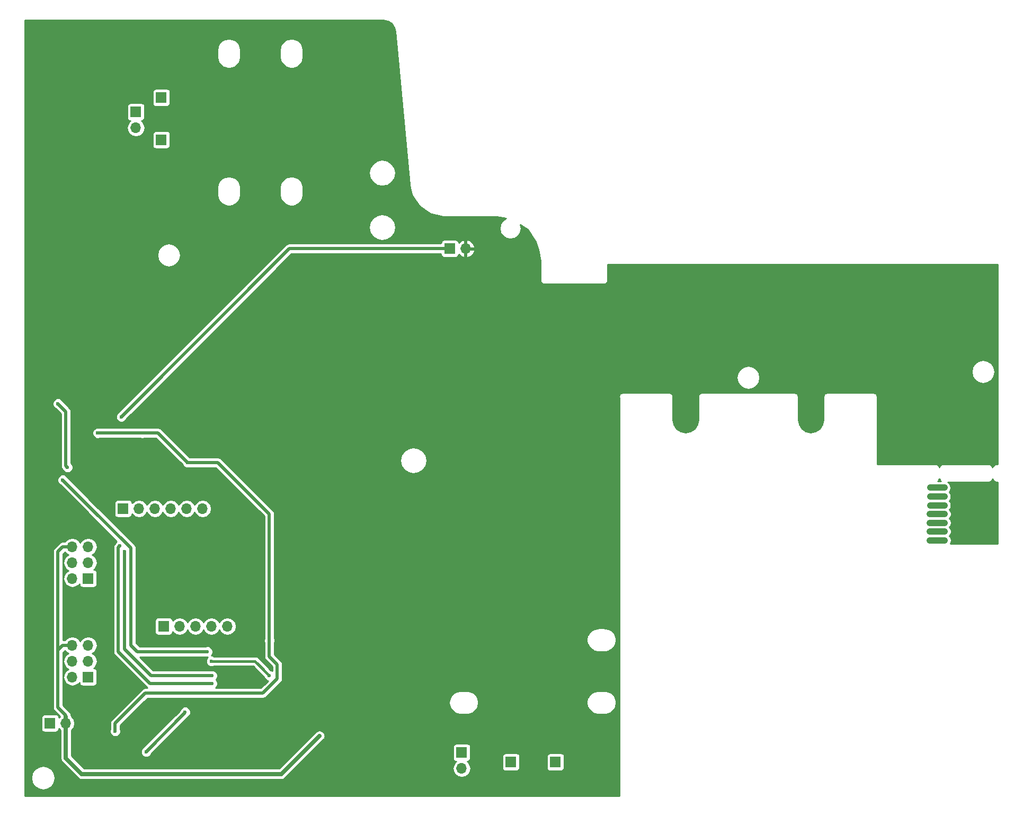
<source format=gbl>
G04 #@! TF.FileFunction,Copper,L2,Bot,Signal*
%FSLAX46Y46*%
G04 Gerber Fmt 4.6, Leading zero omitted, Abs format (unit mm)*
G04 Created by KiCad (PCBNEW 4.0.7) date 05/01/18 21:21:02*
%MOMM*%
%LPD*%
G01*
G04 APERTURE LIST*
%ADD10C,0.020000*%
%ADD11R,1.700000X1.700000*%
%ADD12O,1.700000X1.700000*%
%ADD13C,0.600000*%
%ADD14C,0.700000*%
%ADD15C,1.016000*%
%ADD16C,0.508000*%
%ADD17C,0.635000*%
%ADD18C,0.254000*%
%ADD19C,0.381000*%
G04 APERTURE END LIST*
D10*
D11*
X103759000Y-137668000D03*
D12*
X106299000Y-137668000D03*
X108839000Y-137668000D03*
X111379000Y-137668000D03*
X113919000Y-137668000D03*
D11*
X149479000Y-77343000D03*
D12*
X152019000Y-77343000D03*
D11*
X97282000Y-118872000D03*
D12*
X99822000Y-118872000D03*
X102362000Y-118872000D03*
X104902000Y-118872000D03*
X107442000Y-118872000D03*
X109982000Y-118872000D03*
D11*
X85598000Y-153162000D03*
D12*
X88138000Y-153162000D03*
D11*
X151384000Y-157861000D03*
D12*
X151384000Y-160401000D03*
D11*
X99314000Y-55499000D03*
D12*
X99314000Y-58039000D03*
D11*
X91694000Y-130048000D03*
D12*
X89154000Y-130048000D03*
X91694000Y-127508000D03*
X89154000Y-127508000D03*
X91694000Y-124968000D03*
X89154000Y-124968000D03*
D11*
X91694000Y-145796000D03*
D12*
X89154000Y-145796000D03*
X91694000Y-143256000D03*
X89154000Y-143256000D03*
X91694000Y-140716000D03*
X89154000Y-140716000D03*
D11*
X166370000Y-159385000D03*
X159258000Y-159385000D03*
X103378000Y-59944000D03*
X103378000Y-53213000D03*
D13*
X128651000Y-155194000D03*
D14*
X94742000Y-147447000D03*
D13*
X94488000Y-143637000D03*
X112990000Y-144609000D03*
X120650000Y-139954000D03*
X96012000Y-154432000D03*
X107569000Y-111506000D03*
X100330000Y-106807000D03*
X93218000Y-106807000D03*
X107188000Y-151384000D03*
X100965000Y-157734000D03*
X87630000Y-114300000D03*
X110744000Y-141732000D03*
X97536000Y-125730000D03*
X111494000Y-145554000D03*
X96774000Y-124841000D03*
X111506000Y-146812000D03*
X88392000Y-112268000D03*
X86868000Y-102108000D03*
X96990000Y-104209000D03*
X111379000Y-143256000D03*
X120650000Y-145542000D03*
D15*
X228573700Y-115543700D02*
X226238700Y-115543700D01*
X226238700Y-115543700D02*
X228573700Y-115543700D01*
X228576700Y-116943700D02*
X226235700Y-116943700D01*
X226235700Y-116943700D02*
X228576700Y-116943700D01*
X228579700Y-118343700D02*
X226232700Y-118343700D01*
X226232700Y-118343700D02*
X228579700Y-118343700D01*
X228582700Y-119743700D02*
X226229700Y-119743700D01*
X226229700Y-119743700D02*
X228582700Y-119743700D01*
X228585700Y-121143700D02*
X226226700Y-121143700D01*
X226226700Y-121143700D02*
X228585700Y-121143700D01*
X228588700Y-122543700D02*
X226223700Y-122543700D01*
X226223700Y-122543700D02*
X228588700Y-122543700D01*
X228591700Y-123943700D02*
X226220700Y-123943700D01*
X226220700Y-123943700D02*
X228591700Y-123943700D01*
D16*
X86868000Y-141478000D02*
X86868000Y-125730000D01*
X87630000Y-124968000D02*
X89154000Y-124968000D01*
X86868000Y-125730000D02*
X87630000Y-124968000D01*
X88138000Y-153162000D02*
X88138000Y-151892000D01*
X87630000Y-140716000D02*
X89154000Y-140716000D01*
X86868000Y-141478000D02*
X87630000Y-140716000D01*
X86868000Y-150622000D02*
X86868000Y-141478000D01*
X88138000Y-151892000D02*
X86868000Y-150622000D01*
D17*
X88138000Y-153162000D02*
X88138000Y-152146000D01*
X90678000Y-161290000D02*
X88138000Y-158750000D01*
X88138000Y-158750000D02*
X88138000Y-153162000D01*
D16*
X88138000Y-153162000D02*
X88138000Y-158750000D01*
D17*
X90678000Y-161290000D02*
X122555000Y-161290000D01*
X122555000Y-161290000D02*
X128651000Y-155194000D01*
D18*
X94996000Y-144145000D02*
X94488000Y-143637000D01*
X94996000Y-147193000D02*
X94996000Y-144145000D01*
X94742000Y-147447000D02*
X94996000Y-147193000D01*
D16*
X100330000Y-106807000D02*
X102870000Y-106807000D01*
X102870000Y-106807000D02*
X107569000Y-111506000D01*
X100838000Y-148336000D02*
X103124000Y-148336000D01*
X119634000Y-148336000D02*
X120396000Y-147574000D01*
X120396000Y-147574000D02*
X121920000Y-146050000D01*
X96012000Y-153162000D02*
X96012000Y-154432000D01*
X96012000Y-153162000D02*
X97028000Y-152146000D01*
X121920000Y-146050000D02*
X121920000Y-143764000D01*
X120650000Y-142494000D02*
X121920000Y-143764000D01*
X97028000Y-152146000D02*
X100838000Y-148336000D01*
X103124000Y-148336000D02*
X119634000Y-148336000D01*
X107569000Y-111506000D02*
X112395000Y-111506000D01*
X120650000Y-119761000D02*
X112522000Y-111633000D01*
X120650000Y-139954000D02*
X120650000Y-119761000D01*
X112395000Y-111506000D02*
X112522000Y-111633000D01*
X120650000Y-142494000D02*
X120650000Y-139954000D01*
X100330000Y-106807000D02*
X93218000Y-106807000D01*
X107188000Y-151511000D02*
X100965000Y-157734000D01*
X107188000Y-151384000D02*
X107188000Y-151511000D01*
X91694000Y-118364000D02*
X98425000Y-125095000D01*
X87630000Y-114300000D02*
X91694000Y-118364000D01*
X99568000Y-141732000D02*
X98552000Y-140716000D01*
X98552000Y-140716000D02*
X98552000Y-131318000D01*
X102362000Y-141732000D02*
X110744000Y-141732000D01*
X102362000Y-141732000D02*
X99568000Y-141732000D01*
X98552000Y-125222000D02*
X98552000Y-131318000D01*
X98425000Y-125095000D02*
X98552000Y-125222000D01*
X111494000Y-145554000D02*
X101739000Y-145554000D01*
X97536000Y-141351000D02*
X97536000Y-125730000D01*
X101739000Y-145554000D02*
X97536000Y-141351000D01*
X111506000Y-146812000D02*
X101600000Y-146812000D01*
X96520000Y-125095000D02*
X96774000Y-124841000D01*
X96520000Y-141732000D02*
X96520000Y-125095000D01*
X101600000Y-146812000D02*
X96520000Y-141732000D01*
X88138000Y-112014000D02*
X88392000Y-112268000D01*
X88138000Y-103378000D02*
X86868000Y-102108000D01*
X88138000Y-111760000D02*
X88138000Y-103378000D01*
X88138000Y-111760000D02*
X88138000Y-112014000D01*
X149479000Y-77343000D02*
X123856000Y-77343000D01*
X123856000Y-77343000D02*
X96990000Y-104209000D01*
D19*
X111379000Y-143256000D02*
X118364000Y-143256000D01*
X118364000Y-143256000D02*
X120650000Y-145542000D01*
X118745000Y-143637000D02*
X120650000Y-145542000D01*
D18*
G36*
X139590823Y-40972021D02*
X140194483Y-41375375D01*
X140606151Y-41991479D01*
X140748140Y-42565532D01*
X143018978Y-67109503D01*
X143032469Y-67154941D01*
X143034654Y-67202288D01*
X143393992Y-68655066D01*
X143439941Y-68752965D01*
X143481319Y-68852860D01*
X144565181Y-70474975D01*
X144738171Y-70647965D01*
X146360289Y-71731830D01*
X146492689Y-71786671D01*
X146586309Y-71825450D01*
X148499726Y-72206052D01*
X148561479Y-72206052D01*
X148622048Y-72218100D01*
X156901546Y-72218100D01*
X158452812Y-72526666D01*
X157939386Y-72869727D01*
X157565019Y-73430006D01*
X157433559Y-74090900D01*
X157565019Y-74751794D01*
X157939386Y-75312073D01*
X158499665Y-75686440D01*
X159160559Y-75817900D01*
X159821453Y-75686440D01*
X160381732Y-75312073D01*
X160756099Y-74751794D01*
X160887559Y-74090900D01*
X160775515Y-73527617D01*
X161885269Y-74269130D01*
X163175872Y-76200653D01*
X163584531Y-77484396D01*
X163933559Y-79239078D01*
X163933559Y-82390900D01*
X163981287Y-82630843D01*
X164117203Y-82834256D01*
X164320616Y-82970172D01*
X164560559Y-83017900D01*
X174091176Y-83017900D01*
X174331119Y-82970172D01*
X174534532Y-82834256D01*
X174670448Y-82630843D01*
X174718176Y-82390900D01*
X174718176Y-79817900D01*
X184283880Y-79817900D01*
X184284885Y-79818100D01*
X236988679Y-79818100D01*
X236988679Y-111743000D01*
X236855000Y-111743000D01*
X236605490Y-111792631D01*
X236393966Y-111933966D01*
X236252631Y-112145490D01*
X236220000Y-112309536D01*
X236187369Y-112145490D01*
X236046034Y-111933966D01*
X235834510Y-111792631D01*
X235585000Y-111743000D01*
X228346000Y-111743000D01*
X228096490Y-111792631D01*
X227884966Y-111933966D01*
X227743631Y-112145490D01*
X227711000Y-112309536D01*
X227678369Y-112145490D01*
X227537034Y-111933966D01*
X227325510Y-111792631D01*
X227076000Y-111743000D01*
X217792681Y-111743000D01*
X217792681Y-100991100D01*
X217744953Y-100751157D01*
X217609037Y-100547744D01*
X217405624Y-100411828D01*
X217165681Y-100364100D01*
X209795681Y-100364100D01*
X209555738Y-100411828D01*
X209352325Y-100547744D01*
X209216409Y-100751157D01*
X209168681Y-100991100D01*
X209168681Y-104629347D01*
X209004863Y-105452913D01*
X208573330Y-106098750D01*
X207927494Y-106530283D01*
X207165681Y-106681817D01*
X206403868Y-106530282D01*
X205758031Y-106098749D01*
X205326498Y-105452913D01*
X205162681Y-104629347D01*
X205162681Y-100991100D01*
X205114953Y-100751157D01*
X204979037Y-100547744D01*
X204775624Y-100411828D01*
X204535681Y-100364100D01*
X189795681Y-100364100D01*
X189555738Y-100411828D01*
X189352325Y-100547744D01*
X189216409Y-100751157D01*
X189168681Y-100991100D01*
X189168681Y-104629347D01*
X189004863Y-105452913D01*
X188573330Y-106098750D01*
X187927494Y-106530283D01*
X187165681Y-106681817D01*
X186403868Y-106530282D01*
X185758031Y-106098749D01*
X185326498Y-105452913D01*
X185162681Y-104629347D01*
X185162681Y-100991100D01*
X185114953Y-100751157D01*
X184979037Y-100547744D01*
X184775624Y-100411828D01*
X184535681Y-100364100D01*
X177115681Y-100364100D01*
X176875738Y-100411828D01*
X176672325Y-100547744D01*
X176536409Y-100751157D01*
X176488681Y-100991100D01*
X176536409Y-101231043D01*
X176538681Y-101234443D01*
X176538681Y-164764100D01*
X81617403Y-164764100D01*
X81617403Y-161890900D01*
X82563203Y-161890900D01*
X82709887Y-162628331D01*
X83127608Y-163253495D01*
X83752772Y-163671216D01*
X84490203Y-163817900D01*
X85227634Y-163671216D01*
X85852798Y-163253495D01*
X86270519Y-162628331D01*
X86417203Y-161890900D01*
X86270519Y-161153469D01*
X85852798Y-160528305D01*
X85227634Y-160110584D01*
X84490203Y-159963900D01*
X83752772Y-160110584D01*
X83127608Y-160528305D01*
X82709887Y-161153469D01*
X82563203Y-161890900D01*
X81617403Y-161890900D01*
X81617403Y-152312000D01*
X84159696Y-152312000D01*
X84159696Y-154012000D01*
X84199930Y-154225823D01*
X84326299Y-154422207D01*
X84519117Y-154553954D01*
X84748000Y-154600304D01*
X86448000Y-154600304D01*
X86661823Y-154560070D01*
X86858207Y-154433701D01*
X86989954Y-154240883D01*
X87028793Y-154049089D01*
X87128959Y-154198998D01*
X87243500Y-154275532D01*
X87243500Y-158750000D01*
X87311590Y-159092310D01*
X87505493Y-159382507D01*
X90045493Y-161922507D01*
X90335689Y-162116410D01*
X90678000Y-162184500D01*
X122555000Y-162184500D01*
X122897310Y-162116410D01*
X123187507Y-161922507D01*
X124709014Y-160401000D01*
X149929043Y-160401000D01*
X150037667Y-160947089D01*
X150347002Y-161410041D01*
X150809954Y-161719376D01*
X151356043Y-161828000D01*
X151411957Y-161828000D01*
X151958046Y-161719376D01*
X152420998Y-161410041D01*
X152730333Y-160947089D01*
X152838957Y-160401000D01*
X152730333Y-159854911D01*
X152420998Y-159391959D01*
X152271711Y-159292208D01*
X152447823Y-159259070D01*
X152644207Y-159132701D01*
X152775954Y-158939883D01*
X152822304Y-158711000D01*
X152822304Y-158535000D01*
X157819696Y-158535000D01*
X157819696Y-160235000D01*
X157859930Y-160448823D01*
X157986299Y-160645207D01*
X158179117Y-160776954D01*
X158408000Y-160823304D01*
X160108000Y-160823304D01*
X160321823Y-160783070D01*
X160518207Y-160656701D01*
X160649954Y-160463883D01*
X160696304Y-160235000D01*
X160696304Y-158535000D01*
X164931696Y-158535000D01*
X164931696Y-160235000D01*
X164971930Y-160448823D01*
X165098299Y-160645207D01*
X165291117Y-160776954D01*
X165520000Y-160823304D01*
X167220000Y-160823304D01*
X167433823Y-160783070D01*
X167630207Y-160656701D01*
X167761954Y-160463883D01*
X167808304Y-160235000D01*
X167808304Y-158535000D01*
X167768070Y-158321177D01*
X167641701Y-158124793D01*
X167448883Y-157993046D01*
X167220000Y-157946696D01*
X165520000Y-157946696D01*
X165306177Y-157986930D01*
X165109793Y-158113299D01*
X164978046Y-158306117D01*
X164931696Y-158535000D01*
X160696304Y-158535000D01*
X160656070Y-158321177D01*
X160529701Y-158124793D01*
X160336883Y-157993046D01*
X160108000Y-157946696D01*
X158408000Y-157946696D01*
X158194177Y-157986930D01*
X157997793Y-158113299D01*
X157866046Y-158306117D01*
X157819696Y-158535000D01*
X152822304Y-158535000D01*
X152822304Y-157011000D01*
X152782070Y-156797177D01*
X152655701Y-156600793D01*
X152462883Y-156469046D01*
X152234000Y-156422696D01*
X150534000Y-156422696D01*
X150320177Y-156462930D01*
X150123793Y-156589299D01*
X149992046Y-156782117D01*
X149945696Y-157011000D01*
X149945696Y-158711000D01*
X149985930Y-158924823D01*
X150112299Y-159121207D01*
X150305117Y-159252954D01*
X150496911Y-159291793D01*
X150347002Y-159391959D01*
X150037667Y-159854911D01*
X149929043Y-160401000D01*
X124709014Y-160401000D01*
X129283507Y-155826507D01*
X129333124Y-155752249D01*
X129394051Y-155691429D01*
X129427356Y-155611221D01*
X129477410Y-155536310D01*
X129494833Y-155448717D01*
X129527847Y-155369211D01*
X129527923Y-155282367D01*
X129545500Y-155194000D01*
X129528076Y-155106404D01*
X129528151Y-155020319D01*
X129494987Y-154940056D01*
X129477410Y-154851690D01*
X129427793Y-154777432D01*
X129394918Y-154697869D01*
X129333562Y-154636406D01*
X129283507Y-154561493D01*
X129209249Y-154511876D01*
X129148429Y-154450949D01*
X129068221Y-154417644D01*
X128993310Y-154367590D01*
X128905717Y-154350167D01*
X128826211Y-154317153D01*
X128739367Y-154317077D01*
X128651000Y-154299500D01*
X128563404Y-154316924D01*
X128477319Y-154316849D01*
X128397056Y-154350013D01*
X128308690Y-154367590D01*
X128234432Y-154417207D01*
X128154869Y-154450082D01*
X128093406Y-154511438D01*
X128018493Y-154561493D01*
X122184486Y-160395500D01*
X91048514Y-160395500D01*
X89032500Y-158379486D01*
X89032500Y-157907681D01*
X100087849Y-157907681D01*
X100221082Y-158230131D01*
X100467571Y-158477051D01*
X100789789Y-158610847D01*
X101138681Y-158611151D01*
X101461131Y-158477918D01*
X101708051Y-158231429D01*
X101754397Y-158119815D01*
X107775606Y-152098606D01*
X107900022Y-151912404D01*
X107931051Y-151881429D01*
X107948012Y-151840581D01*
X107955744Y-151829010D01*
X107958435Y-151815480D01*
X108064847Y-151559211D01*
X108065151Y-151210319D01*
X107931918Y-150887869D01*
X107685429Y-150640949D01*
X107363211Y-150507153D01*
X107014319Y-150506849D01*
X106691869Y-150640082D01*
X106444949Y-150886571D01*
X106311153Y-151208789D01*
X106311150Y-151212638D01*
X100579360Y-156944428D01*
X100468869Y-156990082D01*
X100221949Y-157236571D01*
X100088153Y-157558789D01*
X100087849Y-157907681D01*
X89032500Y-157907681D01*
X89032500Y-154275532D01*
X89147041Y-154198998D01*
X89456376Y-153736046D01*
X89565000Y-153189957D01*
X89565000Y-153134043D01*
X89456376Y-152587954D01*
X89147041Y-152125002D01*
X89010126Y-152033518D01*
X88964410Y-151803690D01*
X88945934Y-151776038D01*
X88905744Y-151573990D01*
X88725606Y-151304394D01*
X87699000Y-150277788D01*
X87699000Y-141822212D01*
X87974212Y-141547000D01*
X87998039Y-141547000D01*
X88117002Y-141725041D01*
X88507554Y-141986000D01*
X88117002Y-142246959D01*
X87807667Y-142709911D01*
X87699043Y-143256000D01*
X87807667Y-143802089D01*
X88117002Y-144265041D01*
X88507554Y-144526000D01*
X88117002Y-144786959D01*
X87807667Y-145249911D01*
X87699043Y-145796000D01*
X87807667Y-146342089D01*
X88117002Y-146805041D01*
X88579954Y-147114376D01*
X89126043Y-147223000D01*
X89181957Y-147223000D01*
X89728046Y-147114376D01*
X90190998Y-146805041D01*
X90264830Y-146694543D01*
X90295930Y-146859823D01*
X90422299Y-147056207D01*
X90615117Y-147187954D01*
X90844000Y-147234304D01*
X92544000Y-147234304D01*
X92757823Y-147194070D01*
X92954207Y-147067701D01*
X93085954Y-146874883D01*
X93132304Y-146646000D01*
X93132304Y-144946000D01*
X93092070Y-144732177D01*
X92965701Y-144535793D01*
X92772883Y-144404046D01*
X92581089Y-144365207D01*
X92730998Y-144265041D01*
X93040333Y-143802089D01*
X93148957Y-143256000D01*
X93040333Y-142709911D01*
X92730998Y-142246959D01*
X92340446Y-141986000D01*
X92730998Y-141725041D01*
X93040333Y-141262089D01*
X93148957Y-140716000D01*
X93040333Y-140169911D01*
X92730998Y-139706959D01*
X92268046Y-139397624D01*
X91721957Y-139289000D01*
X91666043Y-139289000D01*
X91119954Y-139397624D01*
X90657002Y-139706959D01*
X90424000Y-140055671D01*
X90190998Y-139706959D01*
X89728046Y-139397624D01*
X89181957Y-139289000D01*
X89126043Y-139289000D01*
X88579954Y-139397624D01*
X88117002Y-139706959D01*
X87998039Y-139885000D01*
X87699000Y-139885000D01*
X87699000Y-126074212D01*
X87974212Y-125799000D01*
X87998039Y-125799000D01*
X88117002Y-125977041D01*
X88507554Y-126238000D01*
X88117002Y-126498959D01*
X87807667Y-126961911D01*
X87699043Y-127508000D01*
X87807667Y-128054089D01*
X88117002Y-128517041D01*
X88507554Y-128778000D01*
X88117002Y-129038959D01*
X87807667Y-129501911D01*
X87699043Y-130048000D01*
X87807667Y-130594089D01*
X88117002Y-131057041D01*
X88579954Y-131366376D01*
X89126043Y-131475000D01*
X89181957Y-131475000D01*
X89728046Y-131366376D01*
X90190998Y-131057041D01*
X90264830Y-130946543D01*
X90295930Y-131111823D01*
X90422299Y-131308207D01*
X90615117Y-131439954D01*
X90844000Y-131486304D01*
X92544000Y-131486304D01*
X92757823Y-131446070D01*
X92954207Y-131319701D01*
X93085954Y-131126883D01*
X93132304Y-130898000D01*
X93132304Y-129198000D01*
X93092070Y-128984177D01*
X92965701Y-128787793D01*
X92772883Y-128656046D01*
X92581089Y-128617207D01*
X92730998Y-128517041D01*
X93040333Y-128054089D01*
X93148957Y-127508000D01*
X93040333Y-126961911D01*
X92730998Y-126498959D01*
X92340446Y-126238000D01*
X92730998Y-125977041D01*
X93040333Y-125514089D01*
X93148957Y-124968000D01*
X93040333Y-124421911D01*
X92730998Y-123958959D01*
X92268046Y-123649624D01*
X91721957Y-123541000D01*
X91666043Y-123541000D01*
X91119954Y-123649624D01*
X90657002Y-123958959D01*
X90424000Y-124307671D01*
X90190998Y-123958959D01*
X89728046Y-123649624D01*
X89181957Y-123541000D01*
X89126043Y-123541000D01*
X88579954Y-123649624D01*
X88117002Y-123958959D01*
X87998039Y-124137000D01*
X87630005Y-124137000D01*
X87630000Y-124136999D01*
X87311990Y-124200256D01*
X87042394Y-124380394D01*
X86280394Y-125142394D01*
X86100256Y-125411990D01*
X86037000Y-125730000D01*
X86037000Y-150622000D01*
X86100256Y-150940010D01*
X86280394Y-151209606D01*
X87169021Y-152098233D01*
X87128959Y-152125002D01*
X87029208Y-152274289D01*
X86996070Y-152098177D01*
X86869701Y-151901793D01*
X86676883Y-151770046D01*
X86448000Y-151723696D01*
X84748000Y-151723696D01*
X84534177Y-151763930D01*
X84337793Y-151890299D01*
X84206046Y-152083117D01*
X84159696Y-152312000D01*
X81617403Y-152312000D01*
X81617403Y-114473681D01*
X86752849Y-114473681D01*
X86886082Y-114796131D01*
X87132571Y-115043051D01*
X87244185Y-115089397D01*
X91106394Y-118951606D01*
X96264859Y-124110070D01*
X96030949Y-124343571D01*
X95984603Y-124455185D01*
X95932394Y-124507394D01*
X95752256Y-124776990D01*
X95689000Y-125095000D01*
X95689000Y-141732000D01*
X95752256Y-142050010D01*
X95932394Y-142319606D01*
X101012394Y-147399606D01*
X101170128Y-147505000D01*
X100838005Y-147505000D01*
X100838000Y-147504999D01*
X100519990Y-147568256D01*
X100250394Y-147748394D01*
X95424394Y-152574394D01*
X95244256Y-152843990D01*
X95181000Y-153162000D01*
X95181000Y-154146377D01*
X95135153Y-154256789D01*
X95134849Y-154605681D01*
X95268082Y-154928131D01*
X95514571Y-155175051D01*
X95836789Y-155308847D01*
X96185681Y-155309151D01*
X96508131Y-155175918D01*
X96755051Y-154929429D01*
X96888847Y-154607211D01*
X96889151Y-154258319D01*
X96843000Y-154146625D01*
X96843000Y-153506212D01*
X100612628Y-149736584D01*
X149347469Y-149736584D01*
X149347469Y-149981229D01*
X149442620Y-150459584D01*
X149481315Y-150553000D01*
X149536241Y-150685604D01*
X149807205Y-151091131D01*
X149980195Y-151264121D01*
X150385725Y-151535088D01*
X150443964Y-151559211D01*
X150611745Y-151628708D01*
X151090099Y-151723859D01*
X151151852Y-151723859D01*
X151212421Y-151735907D01*
X152212421Y-151735907D01*
X152272990Y-151723859D01*
X152334743Y-151723859D01*
X152813098Y-151628708D01*
X152980877Y-151559211D01*
X153039118Y-151535087D01*
X153444647Y-151264121D01*
X153617637Y-151091131D01*
X153888602Y-150685603D01*
X153943527Y-150553000D01*
X153982222Y-150459583D01*
X154077373Y-149981229D01*
X154077373Y-149736584D01*
X171347469Y-149736584D01*
X171347469Y-149981229D01*
X171442620Y-150459584D01*
X171481315Y-150553000D01*
X171536241Y-150685604D01*
X171807205Y-151091131D01*
X171980195Y-151264121D01*
X172385725Y-151535088D01*
X172443964Y-151559211D01*
X172611745Y-151628708D01*
X173090099Y-151723859D01*
X173151852Y-151723859D01*
X173212421Y-151735907D01*
X174212421Y-151735907D01*
X174272990Y-151723859D01*
X174334743Y-151723859D01*
X174813098Y-151628708D01*
X174980877Y-151559211D01*
X175039118Y-151535087D01*
X175444647Y-151264121D01*
X175617637Y-151091131D01*
X175888602Y-150685603D01*
X175943527Y-150553000D01*
X175982222Y-150459583D01*
X176077373Y-149981229D01*
X176077373Y-149736584D01*
X175982222Y-149258231D01*
X175929205Y-149130237D01*
X175888602Y-149032211D01*
X175617635Y-148626681D01*
X175444645Y-148453691D01*
X175039118Y-148182727D01*
X174945498Y-148143948D01*
X174813098Y-148089106D01*
X174334743Y-147993955D01*
X174272990Y-147993955D01*
X174212421Y-147981907D01*
X173212421Y-147981907D01*
X173151852Y-147993955D01*
X173090099Y-147993955D01*
X172611745Y-148089106D01*
X172518125Y-148127885D01*
X172385725Y-148182726D01*
X171980197Y-148453691D01*
X171807207Y-148626681D01*
X171536241Y-149032210D01*
X171527878Y-149052401D01*
X171442620Y-149258230D01*
X171347469Y-149736584D01*
X154077373Y-149736584D01*
X153982222Y-149258231D01*
X153929205Y-149130237D01*
X153888602Y-149032211D01*
X153617635Y-148626681D01*
X153444645Y-148453691D01*
X153039118Y-148182727D01*
X152945498Y-148143948D01*
X152813098Y-148089106D01*
X152334743Y-147993955D01*
X152272990Y-147993955D01*
X152212421Y-147981907D01*
X151212421Y-147981907D01*
X151151852Y-147993955D01*
X151090099Y-147993955D01*
X150611745Y-148089106D01*
X150518125Y-148127885D01*
X150385725Y-148182726D01*
X149980197Y-148453691D01*
X149807207Y-148626681D01*
X149536241Y-149032210D01*
X149527878Y-149052401D01*
X149442620Y-149258230D01*
X149347469Y-149736584D01*
X100612628Y-149736584D01*
X101182212Y-149167000D01*
X119634000Y-149167000D01*
X119952010Y-149103744D01*
X120221606Y-148923606D01*
X120983606Y-148161606D01*
X122507603Y-146637608D01*
X122507606Y-146637606D01*
X122687744Y-146368010D01*
X122751000Y-146050000D01*
X122751000Y-143764000D01*
X122687744Y-143445990D01*
X122507606Y-143176394D01*
X121481000Y-142149788D01*
X121481000Y-140239623D01*
X121526847Y-140129211D01*
X121527151Y-139780319D01*
X121506958Y-139731448D01*
X171347469Y-139731448D01*
X171347469Y-139976093D01*
X171442620Y-140454448D01*
X171495637Y-140582440D01*
X171536241Y-140680468D01*
X171807205Y-141085995D01*
X171980195Y-141258985D01*
X172385725Y-141529952D01*
X172454210Y-141558319D01*
X172611745Y-141623572D01*
X173090099Y-141718723D01*
X173151852Y-141718723D01*
X173212421Y-141730771D01*
X174212421Y-141730771D01*
X174272990Y-141718723D01*
X174334743Y-141718723D01*
X174813098Y-141623572D01*
X174997651Y-141547127D01*
X175039118Y-141529951D01*
X175444647Y-141258985D01*
X175617637Y-141085995D01*
X175888602Y-140680467D01*
X175946120Y-140541606D01*
X175982222Y-140454447D01*
X176077373Y-139976093D01*
X176077373Y-139731448D01*
X175982222Y-139253095D01*
X175915581Y-139092209D01*
X175888602Y-139027075D01*
X175617635Y-138621545D01*
X175444645Y-138448555D01*
X175039118Y-138177591D01*
X174945498Y-138138812D01*
X174813098Y-138083970D01*
X174334743Y-137988819D01*
X174272990Y-137988819D01*
X174212421Y-137976771D01*
X173212421Y-137976771D01*
X173151852Y-137988819D01*
X173090099Y-137988819D01*
X172611745Y-138083970D01*
X172518125Y-138122749D01*
X172385725Y-138177590D01*
X171980197Y-138448555D01*
X171807207Y-138621545D01*
X171536241Y-139027074D01*
X171515624Y-139076849D01*
X171442620Y-139253094D01*
X171347469Y-139731448D01*
X121506958Y-139731448D01*
X121481000Y-139668625D01*
X121481000Y-119761000D01*
X121417744Y-119442990D01*
X121237606Y-119173394D01*
X113255312Y-111191100D01*
X141549400Y-111191100D01*
X141711308Y-112005068D01*
X142172384Y-112695116D01*
X142862432Y-113156192D01*
X143676400Y-113318100D01*
X144490368Y-113156192D01*
X145180416Y-112695116D01*
X145641492Y-112005068D01*
X145803400Y-111191100D01*
X145641492Y-110377132D01*
X145180416Y-109687084D01*
X144490368Y-109226008D01*
X143676400Y-109064100D01*
X142862432Y-109226008D01*
X142172384Y-109687084D01*
X141711308Y-110377132D01*
X141549400Y-111191100D01*
X113255312Y-111191100D01*
X112982606Y-110918394D01*
X112713010Y-110738256D01*
X112395000Y-110675000D01*
X107913211Y-110675000D01*
X103457606Y-106219394D01*
X103188010Y-106039256D01*
X102870000Y-105976000D01*
X100615623Y-105976000D01*
X100505211Y-105930153D01*
X100156319Y-105929849D01*
X100044625Y-105976000D01*
X93503623Y-105976000D01*
X93393211Y-105930153D01*
X93044319Y-105929849D01*
X92721869Y-106063082D01*
X92474949Y-106309571D01*
X92341153Y-106631789D01*
X92340849Y-106980681D01*
X92474082Y-107303131D01*
X92720571Y-107550051D01*
X93042789Y-107683847D01*
X93391681Y-107684151D01*
X93503375Y-107638000D01*
X100044377Y-107638000D01*
X100154789Y-107683847D01*
X100503681Y-107684151D01*
X100615375Y-107638000D01*
X102525788Y-107638000D01*
X106779428Y-111891639D01*
X106825082Y-112002131D01*
X107071571Y-112249051D01*
X107393789Y-112382847D01*
X107742681Y-112383151D01*
X107854375Y-112337000D01*
X112050788Y-112337000D01*
X119819000Y-120105212D01*
X119819000Y-139668377D01*
X119773153Y-139778789D01*
X119772849Y-140127681D01*
X119819000Y-140239375D01*
X119819000Y-142494000D01*
X119882256Y-142812010D01*
X120062394Y-143081606D01*
X121089000Y-144108212D01*
X121089000Y-144774687D01*
X120882244Y-144688835D01*
X118906704Y-142713296D01*
X118657710Y-142546922D01*
X118364000Y-142488500D01*
X111817549Y-142488500D01*
X111554211Y-142379153D01*
X111337255Y-142378964D01*
X111487051Y-142229429D01*
X111620847Y-141907211D01*
X111621151Y-141558319D01*
X111487918Y-141235869D01*
X111241429Y-140988949D01*
X110919211Y-140855153D01*
X110570319Y-140854849D01*
X110458625Y-140901000D01*
X99912212Y-140901000D01*
X99383000Y-140371788D01*
X99383000Y-136818000D01*
X102320696Y-136818000D01*
X102320696Y-138518000D01*
X102360930Y-138731823D01*
X102487299Y-138928207D01*
X102680117Y-139059954D01*
X102909000Y-139106304D01*
X104609000Y-139106304D01*
X104822823Y-139066070D01*
X105019207Y-138939701D01*
X105150954Y-138746883D01*
X105189793Y-138555089D01*
X105289959Y-138704998D01*
X105752911Y-139014333D01*
X106299000Y-139122957D01*
X106845089Y-139014333D01*
X107308041Y-138704998D01*
X107569000Y-138314446D01*
X107829959Y-138704998D01*
X108292911Y-139014333D01*
X108839000Y-139122957D01*
X109385089Y-139014333D01*
X109848041Y-138704998D01*
X110109000Y-138314446D01*
X110369959Y-138704998D01*
X110832911Y-139014333D01*
X111379000Y-139122957D01*
X111925089Y-139014333D01*
X112388041Y-138704998D01*
X112649000Y-138314446D01*
X112909959Y-138704998D01*
X113372911Y-139014333D01*
X113919000Y-139122957D01*
X114465089Y-139014333D01*
X114928041Y-138704998D01*
X115237376Y-138242046D01*
X115346000Y-137695957D01*
X115346000Y-137640043D01*
X115237376Y-137093954D01*
X114928041Y-136631002D01*
X114465089Y-136321667D01*
X113919000Y-136213043D01*
X113372911Y-136321667D01*
X112909959Y-136631002D01*
X112649000Y-137021554D01*
X112388041Y-136631002D01*
X111925089Y-136321667D01*
X111379000Y-136213043D01*
X110832911Y-136321667D01*
X110369959Y-136631002D01*
X110109000Y-137021554D01*
X109848041Y-136631002D01*
X109385089Y-136321667D01*
X108839000Y-136213043D01*
X108292911Y-136321667D01*
X107829959Y-136631002D01*
X107569000Y-137021554D01*
X107308041Y-136631002D01*
X106845089Y-136321667D01*
X106299000Y-136213043D01*
X105752911Y-136321667D01*
X105289959Y-136631002D01*
X105190208Y-136780289D01*
X105157070Y-136604177D01*
X105030701Y-136407793D01*
X104837883Y-136276046D01*
X104609000Y-136229696D01*
X102909000Y-136229696D01*
X102695177Y-136269930D01*
X102498793Y-136396299D01*
X102367046Y-136589117D01*
X102320696Y-136818000D01*
X99383000Y-136818000D01*
X99383000Y-125222000D01*
X99319744Y-124903990D01*
X99139606Y-124634394D01*
X99012606Y-124507394D01*
X99012603Y-124507392D01*
X92527212Y-118022000D01*
X95843696Y-118022000D01*
X95843696Y-119722000D01*
X95883930Y-119935823D01*
X96010299Y-120132207D01*
X96203117Y-120263954D01*
X96432000Y-120310304D01*
X98132000Y-120310304D01*
X98345823Y-120270070D01*
X98542207Y-120143701D01*
X98673954Y-119950883D01*
X98712793Y-119759089D01*
X98812959Y-119908998D01*
X99275911Y-120218333D01*
X99822000Y-120326957D01*
X100368089Y-120218333D01*
X100831041Y-119908998D01*
X101092000Y-119518446D01*
X101352959Y-119908998D01*
X101815911Y-120218333D01*
X102362000Y-120326957D01*
X102908089Y-120218333D01*
X103371041Y-119908998D01*
X103632000Y-119518446D01*
X103892959Y-119908998D01*
X104355911Y-120218333D01*
X104902000Y-120326957D01*
X105448089Y-120218333D01*
X105911041Y-119908998D01*
X106172000Y-119518446D01*
X106432959Y-119908998D01*
X106895911Y-120218333D01*
X107442000Y-120326957D01*
X107988089Y-120218333D01*
X108451041Y-119908998D01*
X108712000Y-119518446D01*
X108972959Y-119908998D01*
X109435911Y-120218333D01*
X109982000Y-120326957D01*
X110528089Y-120218333D01*
X110991041Y-119908998D01*
X111300376Y-119446046D01*
X111409000Y-118899957D01*
X111409000Y-118844043D01*
X111300376Y-118297954D01*
X110991041Y-117835002D01*
X110528089Y-117525667D01*
X109982000Y-117417043D01*
X109435911Y-117525667D01*
X108972959Y-117835002D01*
X108712000Y-118225554D01*
X108451041Y-117835002D01*
X107988089Y-117525667D01*
X107442000Y-117417043D01*
X106895911Y-117525667D01*
X106432959Y-117835002D01*
X106172000Y-118225554D01*
X105911041Y-117835002D01*
X105448089Y-117525667D01*
X104902000Y-117417043D01*
X104355911Y-117525667D01*
X103892959Y-117835002D01*
X103632000Y-118225554D01*
X103371041Y-117835002D01*
X102908089Y-117525667D01*
X102362000Y-117417043D01*
X101815911Y-117525667D01*
X101352959Y-117835002D01*
X101092000Y-118225554D01*
X100831041Y-117835002D01*
X100368089Y-117525667D01*
X99822000Y-117417043D01*
X99275911Y-117525667D01*
X98812959Y-117835002D01*
X98713208Y-117984289D01*
X98680070Y-117808177D01*
X98553701Y-117611793D01*
X98360883Y-117480046D01*
X98132000Y-117433696D01*
X96432000Y-117433696D01*
X96218177Y-117473930D01*
X96021793Y-117600299D01*
X95890046Y-117793117D01*
X95843696Y-118022000D01*
X92527212Y-118022000D01*
X92281606Y-117776394D01*
X88419572Y-113914360D01*
X88373918Y-113803869D01*
X88127429Y-113556949D01*
X87805211Y-113423153D01*
X87456319Y-113422849D01*
X87133869Y-113556082D01*
X86886949Y-113802571D01*
X86753153Y-114124789D01*
X86752849Y-114473681D01*
X81617403Y-114473681D01*
X81617403Y-102281681D01*
X85990849Y-102281681D01*
X86124082Y-102604131D01*
X86370571Y-102851051D01*
X86482185Y-102897397D01*
X87307000Y-103722212D01*
X87307000Y-112014000D01*
X87370256Y-112332010D01*
X87550394Y-112601606D01*
X87602428Y-112653640D01*
X87648082Y-112764131D01*
X87894571Y-113011051D01*
X88216789Y-113144847D01*
X88565681Y-113145151D01*
X88888131Y-113011918D01*
X89135051Y-112765429D01*
X89268847Y-112443211D01*
X89269151Y-112094319D01*
X89135918Y-111771869D01*
X88969000Y-111604659D01*
X88969000Y-104382681D01*
X96112849Y-104382681D01*
X96246082Y-104705131D01*
X96492571Y-104952051D01*
X96814789Y-105085847D01*
X97163681Y-105086151D01*
X97486131Y-104952918D01*
X97733051Y-104706429D01*
X97779397Y-104594815D01*
X104433111Y-97941100D01*
X195288681Y-97941100D01*
X195431559Y-98659397D01*
X195838442Y-99268339D01*
X196447384Y-99675222D01*
X197165681Y-99818100D01*
X197883978Y-99675222D01*
X198492920Y-99268339D01*
X198899803Y-98659397D01*
X199042681Y-97941100D01*
X198899803Y-97222803D01*
X198747688Y-96995147D01*
X232853938Y-96995147D01*
X232996816Y-97713444D01*
X233403699Y-98322386D01*
X234012641Y-98729269D01*
X234730938Y-98872147D01*
X235449235Y-98729269D01*
X236058177Y-98322386D01*
X236465060Y-97713444D01*
X236607938Y-96995147D01*
X236465060Y-96276850D01*
X236058177Y-95667908D01*
X235449235Y-95261025D01*
X234730938Y-95118147D01*
X234012641Y-95261025D01*
X233403699Y-95667908D01*
X232996816Y-96276850D01*
X232853938Y-96995147D01*
X198747688Y-96995147D01*
X198492920Y-96613861D01*
X197883978Y-96206978D01*
X197165681Y-96064100D01*
X196447384Y-96206978D01*
X195838442Y-96613861D01*
X195431559Y-97222803D01*
X195288681Y-97941100D01*
X104433111Y-97941100D01*
X124200211Y-78174000D01*
X148040696Y-78174000D01*
X148040696Y-78193000D01*
X148080930Y-78406823D01*
X148207299Y-78603207D01*
X148400117Y-78734954D01*
X148629000Y-78781304D01*
X150329000Y-78781304D01*
X150542823Y-78741070D01*
X150739207Y-78614701D01*
X150870954Y-78421883D01*
X150897378Y-78291397D01*
X151252076Y-78614645D01*
X151662110Y-78784476D01*
X151892000Y-78663155D01*
X151892000Y-77470000D01*
X152146000Y-77470000D01*
X152146000Y-78663155D01*
X152375890Y-78784476D01*
X152785924Y-78614645D01*
X153214183Y-78224358D01*
X153460486Y-77699892D01*
X153339819Y-77470000D01*
X152146000Y-77470000D01*
X151892000Y-77470000D01*
X151872000Y-77470000D01*
X151872000Y-77216000D01*
X151892000Y-77216000D01*
X151892000Y-76022845D01*
X152146000Y-76022845D01*
X152146000Y-77216000D01*
X153339819Y-77216000D01*
X153460486Y-76986108D01*
X153214183Y-76461642D01*
X152785924Y-76071355D01*
X152375890Y-75901524D01*
X152146000Y-76022845D01*
X151892000Y-76022845D01*
X151662110Y-75901524D01*
X151252076Y-76071355D01*
X150898583Y-76393506D01*
X150877070Y-76279177D01*
X150750701Y-76082793D01*
X150557883Y-75951046D01*
X150329000Y-75904696D01*
X148629000Y-75904696D01*
X148415177Y-75944930D01*
X148218793Y-76071299D01*
X148087046Y-76264117D01*
X148040696Y-76493000D01*
X148040696Y-76512000D01*
X123856005Y-76512000D01*
X123856000Y-76511999D01*
X123537990Y-76575256D01*
X123268394Y-76755394D01*
X123268392Y-76755397D01*
X96604360Y-103419428D01*
X96493869Y-103465082D01*
X96246949Y-103711571D01*
X96113153Y-104033789D01*
X96112849Y-104382681D01*
X88969000Y-104382681D01*
X88969000Y-103378000D01*
X88905744Y-103059990D01*
X88725606Y-102790394D01*
X87657572Y-101722360D01*
X87611918Y-101611869D01*
X87365429Y-101364949D01*
X87043211Y-101231153D01*
X86694319Y-101230849D01*
X86371869Y-101364082D01*
X86124949Y-101610571D01*
X85991153Y-101932789D01*
X85990849Y-102281681D01*
X81617403Y-102281681D01*
X81617403Y-78391100D01*
X102713403Y-78391100D01*
X102856281Y-79109397D01*
X103263164Y-79718339D01*
X103872106Y-80125222D01*
X104590403Y-80268100D01*
X105308700Y-80125222D01*
X105917642Y-79718339D01*
X106324525Y-79109397D01*
X106467403Y-78391100D01*
X106324525Y-77672803D01*
X105917642Y-77063861D01*
X105308700Y-76656978D01*
X104590403Y-76514100D01*
X103872106Y-76656978D01*
X103263164Y-77063861D01*
X102856281Y-77672803D01*
X102713403Y-78391100D01*
X81617403Y-78391100D01*
X81617403Y-73941100D01*
X136549400Y-73941100D01*
X136711308Y-74755068D01*
X137172384Y-75445116D01*
X137862432Y-75906192D01*
X138676400Y-76068100D01*
X139490368Y-75906192D01*
X140180416Y-75445116D01*
X140641492Y-74755068D01*
X140803400Y-73941100D01*
X140641492Y-73127132D01*
X140180416Y-72437084D01*
X139490368Y-71976008D01*
X138676400Y-71814100D01*
X137862432Y-71976008D01*
X137172384Y-72437084D01*
X136711308Y-73127132D01*
X136549400Y-73941100D01*
X81617403Y-73941100D01*
X81617403Y-67648727D01*
X112293706Y-67648727D01*
X112293706Y-68648727D01*
X112305754Y-68709296D01*
X112305754Y-68771049D01*
X112400905Y-69249404D01*
X112453922Y-69377396D01*
X112494526Y-69475424D01*
X112765490Y-69880951D01*
X112938480Y-70053941D01*
X113344010Y-70324908D01*
X113476410Y-70379749D01*
X113570030Y-70418528D01*
X114048384Y-70513679D01*
X114293028Y-70513679D01*
X114771383Y-70418528D01*
X114903783Y-70363686D01*
X114997403Y-70324907D01*
X115402932Y-70053941D01*
X115575922Y-69880951D01*
X115846887Y-69475423D01*
X115901728Y-69343023D01*
X115940507Y-69249403D01*
X116035658Y-68771049D01*
X116035658Y-68709296D01*
X116047706Y-68648727D01*
X116047706Y-67648727D01*
X122298841Y-67648727D01*
X122298841Y-68648727D01*
X122310889Y-68709296D01*
X122310889Y-68771049D01*
X122406040Y-69249404D01*
X122459057Y-69377396D01*
X122499661Y-69475424D01*
X122770625Y-69880951D01*
X122943615Y-70053941D01*
X123349145Y-70324908D01*
X123481545Y-70379749D01*
X123575165Y-70418528D01*
X124053519Y-70513679D01*
X124298163Y-70513679D01*
X124776518Y-70418528D01*
X124908918Y-70363686D01*
X125002538Y-70324907D01*
X125408067Y-70053941D01*
X125581057Y-69880951D01*
X125852022Y-69475423D01*
X125906863Y-69343023D01*
X125945642Y-69249403D01*
X126040793Y-68771049D01*
X126040793Y-68709296D01*
X126052841Y-68648727D01*
X126052841Y-67648727D01*
X126040793Y-67588158D01*
X126040793Y-67526405D01*
X125945642Y-67048051D01*
X125879001Y-66887165D01*
X125852022Y-66822031D01*
X125581055Y-66416501D01*
X125408065Y-66243511D01*
X125002538Y-65972547D01*
X124908918Y-65933768D01*
X124776518Y-65878926D01*
X124298163Y-65783775D01*
X124053519Y-65783775D01*
X123575165Y-65878926D01*
X123481545Y-65917705D01*
X123349145Y-65972546D01*
X122943617Y-66243511D01*
X122770627Y-66416501D01*
X122499661Y-66822030D01*
X122491298Y-66842221D01*
X122406040Y-67048050D01*
X122310889Y-67526405D01*
X122310889Y-67588158D01*
X122298841Y-67648727D01*
X116047706Y-67648727D01*
X116035658Y-67588158D01*
X116035658Y-67526405D01*
X115940507Y-67048051D01*
X115873866Y-66887165D01*
X115846887Y-66822031D01*
X115575920Y-66416501D01*
X115402930Y-66243511D01*
X114997403Y-65972547D01*
X114903783Y-65933768D01*
X114771383Y-65878926D01*
X114293028Y-65783775D01*
X114048384Y-65783775D01*
X113570030Y-65878926D01*
X113476410Y-65917705D01*
X113344010Y-65972546D01*
X112938482Y-66243511D01*
X112765492Y-66416501D01*
X112494526Y-66822030D01*
X112486163Y-66842221D01*
X112400905Y-67048050D01*
X112305754Y-67526405D01*
X112305754Y-67588158D01*
X112293706Y-67648727D01*
X81617403Y-67648727D01*
X81617403Y-65241100D01*
X136549400Y-65241100D01*
X136711308Y-66055068D01*
X137172384Y-66745116D01*
X137862432Y-67206192D01*
X138676400Y-67368100D01*
X139490368Y-67206192D01*
X140180416Y-66745116D01*
X140641492Y-66055068D01*
X140803400Y-65241100D01*
X140641492Y-64427132D01*
X140180416Y-63737084D01*
X139490368Y-63276008D01*
X138676400Y-63114100D01*
X137862432Y-63276008D01*
X137172384Y-63737084D01*
X136711308Y-64427132D01*
X136549400Y-65241100D01*
X81617403Y-65241100D01*
X81617403Y-58039000D01*
X97859043Y-58039000D01*
X97967667Y-58585089D01*
X98277002Y-59048041D01*
X98739954Y-59357376D01*
X99286043Y-59466000D01*
X99341957Y-59466000D01*
X99888046Y-59357376D01*
X100282215Y-59094000D01*
X101939696Y-59094000D01*
X101939696Y-60794000D01*
X101979930Y-61007823D01*
X102106299Y-61204207D01*
X102299117Y-61335954D01*
X102528000Y-61382304D01*
X104228000Y-61382304D01*
X104441823Y-61342070D01*
X104638207Y-61215701D01*
X104769954Y-61022883D01*
X104816304Y-60794000D01*
X104816304Y-59094000D01*
X104776070Y-58880177D01*
X104649701Y-58683793D01*
X104456883Y-58552046D01*
X104228000Y-58505696D01*
X102528000Y-58505696D01*
X102314177Y-58545930D01*
X102117793Y-58672299D01*
X101986046Y-58865117D01*
X101939696Y-59094000D01*
X100282215Y-59094000D01*
X100350998Y-59048041D01*
X100660333Y-58585089D01*
X100768957Y-58039000D01*
X100660333Y-57492911D01*
X100350998Y-57029959D01*
X100201711Y-56930208D01*
X100377823Y-56897070D01*
X100574207Y-56770701D01*
X100705954Y-56577883D01*
X100752304Y-56349000D01*
X100752304Y-54649000D01*
X100712070Y-54435177D01*
X100585701Y-54238793D01*
X100392883Y-54107046D01*
X100164000Y-54060696D01*
X98464000Y-54060696D01*
X98250177Y-54100930D01*
X98053793Y-54227299D01*
X97922046Y-54420117D01*
X97875696Y-54649000D01*
X97875696Y-56349000D01*
X97915930Y-56562823D01*
X98042299Y-56759207D01*
X98235117Y-56890954D01*
X98426911Y-56929793D01*
X98277002Y-57029959D01*
X97967667Y-57492911D01*
X97859043Y-58039000D01*
X81617403Y-58039000D01*
X81617403Y-52363000D01*
X101939696Y-52363000D01*
X101939696Y-54063000D01*
X101979930Y-54276823D01*
X102106299Y-54473207D01*
X102299117Y-54604954D01*
X102528000Y-54651304D01*
X104228000Y-54651304D01*
X104441823Y-54611070D01*
X104638207Y-54484701D01*
X104769954Y-54291883D01*
X104816304Y-54063000D01*
X104816304Y-52363000D01*
X104776070Y-52149177D01*
X104649701Y-51952793D01*
X104456883Y-51821046D01*
X104228000Y-51774696D01*
X102528000Y-51774696D01*
X102314177Y-51814930D01*
X102117793Y-51941299D01*
X101986046Y-52134117D01*
X101939696Y-52363000D01*
X81617403Y-52363000D01*
X81617403Y-45648727D01*
X112293706Y-45648727D01*
X112293706Y-46648727D01*
X112305754Y-46709296D01*
X112305754Y-46771049D01*
X112400905Y-47249404D01*
X112453922Y-47377396D01*
X112494526Y-47475424D01*
X112765490Y-47880951D01*
X112938480Y-48053941D01*
X113344010Y-48324908D01*
X113476410Y-48379749D01*
X113570030Y-48418528D01*
X114048384Y-48513679D01*
X114293028Y-48513679D01*
X114771383Y-48418528D01*
X114903783Y-48363686D01*
X114997403Y-48324907D01*
X115402932Y-48053941D01*
X115575922Y-47880951D01*
X115846887Y-47475423D01*
X115901728Y-47343023D01*
X115940507Y-47249403D01*
X116035658Y-46771049D01*
X116035658Y-46709296D01*
X116047706Y-46648727D01*
X116047706Y-45648727D01*
X122298841Y-45648727D01*
X122298841Y-46648727D01*
X122310889Y-46709296D01*
X122310889Y-46771049D01*
X122406040Y-47249404D01*
X122459057Y-47377396D01*
X122499661Y-47475424D01*
X122770625Y-47880951D01*
X122943615Y-48053941D01*
X123349145Y-48324908D01*
X123481545Y-48379749D01*
X123575165Y-48418528D01*
X124053519Y-48513679D01*
X124298163Y-48513679D01*
X124776518Y-48418528D01*
X124908918Y-48363686D01*
X125002538Y-48324907D01*
X125408067Y-48053941D01*
X125581057Y-47880951D01*
X125852022Y-47475423D01*
X125906863Y-47343023D01*
X125945642Y-47249403D01*
X126040793Y-46771049D01*
X126040793Y-46709296D01*
X126052841Y-46648727D01*
X126052841Y-45648727D01*
X126040793Y-45588158D01*
X126040793Y-45526405D01*
X125945642Y-45048051D01*
X125879001Y-44887165D01*
X125852022Y-44822031D01*
X125581055Y-44416501D01*
X125408065Y-44243511D01*
X125002538Y-43972547D01*
X124908918Y-43933768D01*
X124776518Y-43878926D01*
X124298163Y-43783775D01*
X124053519Y-43783775D01*
X123575165Y-43878926D01*
X123481545Y-43917705D01*
X123349145Y-43972546D01*
X122943617Y-44243511D01*
X122770627Y-44416501D01*
X122499661Y-44822030D01*
X122491298Y-44842221D01*
X122406040Y-45048050D01*
X122310889Y-45526405D01*
X122310889Y-45588158D01*
X122298841Y-45648727D01*
X116047706Y-45648727D01*
X116035658Y-45588158D01*
X116035658Y-45526405D01*
X115940507Y-45048051D01*
X115873866Y-44887165D01*
X115846887Y-44822031D01*
X115575920Y-44416501D01*
X115402930Y-44243511D01*
X114997403Y-43972547D01*
X114903783Y-43933768D01*
X114771383Y-43878926D01*
X114293028Y-43783775D01*
X114048384Y-43783775D01*
X113570030Y-43878926D01*
X113476410Y-43917705D01*
X113344010Y-43972546D01*
X112938482Y-44243511D01*
X112765492Y-44416501D01*
X112494526Y-44822030D01*
X112486163Y-44842221D01*
X112400905Y-45048050D01*
X112305754Y-45526405D01*
X112305754Y-45588158D01*
X112293706Y-45648727D01*
X81617403Y-45648727D01*
X81617403Y-40818100D01*
X138817006Y-40818100D01*
X139590823Y-40972021D01*
X139590823Y-40972021D01*
G37*
X139590823Y-40972021D02*
X140194483Y-41375375D01*
X140606151Y-41991479D01*
X140748140Y-42565532D01*
X143018978Y-67109503D01*
X143032469Y-67154941D01*
X143034654Y-67202288D01*
X143393992Y-68655066D01*
X143439941Y-68752965D01*
X143481319Y-68852860D01*
X144565181Y-70474975D01*
X144738171Y-70647965D01*
X146360289Y-71731830D01*
X146492689Y-71786671D01*
X146586309Y-71825450D01*
X148499726Y-72206052D01*
X148561479Y-72206052D01*
X148622048Y-72218100D01*
X156901546Y-72218100D01*
X158452812Y-72526666D01*
X157939386Y-72869727D01*
X157565019Y-73430006D01*
X157433559Y-74090900D01*
X157565019Y-74751794D01*
X157939386Y-75312073D01*
X158499665Y-75686440D01*
X159160559Y-75817900D01*
X159821453Y-75686440D01*
X160381732Y-75312073D01*
X160756099Y-74751794D01*
X160887559Y-74090900D01*
X160775515Y-73527617D01*
X161885269Y-74269130D01*
X163175872Y-76200653D01*
X163584531Y-77484396D01*
X163933559Y-79239078D01*
X163933559Y-82390900D01*
X163981287Y-82630843D01*
X164117203Y-82834256D01*
X164320616Y-82970172D01*
X164560559Y-83017900D01*
X174091176Y-83017900D01*
X174331119Y-82970172D01*
X174534532Y-82834256D01*
X174670448Y-82630843D01*
X174718176Y-82390900D01*
X174718176Y-79817900D01*
X184283880Y-79817900D01*
X184284885Y-79818100D01*
X236988679Y-79818100D01*
X236988679Y-111743000D01*
X236855000Y-111743000D01*
X236605490Y-111792631D01*
X236393966Y-111933966D01*
X236252631Y-112145490D01*
X236220000Y-112309536D01*
X236187369Y-112145490D01*
X236046034Y-111933966D01*
X235834510Y-111792631D01*
X235585000Y-111743000D01*
X228346000Y-111743000D01*
X228096490Y-111792631D01*
X227884966Y-111933966D01*
X227743631Y-112145490D01*
X227711000Y-112309536D01*
X227678369Y-112145490D01*
X227537034Y-111933966D01*
X227325510Y-111792631D01*
X227076000Y-111743000D01*
X217792681Y-111743000D01*
X217792681Y-100991100D01*
X217744953Y-100751157D01*
X217609037Y-100547744D01*
X217405624Y-100411828D01*
X217165681Y-100364100D01*
X209795681Y-100364100D01*
X209555738Y-100411828D01*
X209352325Y-100547744D01*
X209216409Y-100751157D01*
X209168681Y-100991100D01*
X209168681Y-104629347D01*
X209004863Y-105452913D01*
X208573330Y-106098750D01*
X207927494Y-106530283D01*
X207165681Y-106681817D01*
X206403868Y-106530282D01*
X205758031Y-106098749D01*
X205326498Y-105452913D01*
X205162681Y-104629347D01*
X205162681Y-100991100D01*
X205114953Y-100751157D01*
X204979037Y-100547744D01*
X204775624Y-100411828D01*
X204535681Y-100364100D01*
X189795681Y-100364100D01*
X189555738Y-100411828D01*
X189352325Y-100547744D01*
X189216409Y-100751157D01*
X189168681Y-100991100D01*
X189168681Y-104629347D01*
X189004863Y-105452913D01*
X188573330Y-106098750D01*
X187927494Y-106530283D01*
X187165681Y-106681817D01*
X186403868Y-106530282D01*
X185758031Y-106098749D01*
X185326498Y-105452913D01*
X185162681Y-104629347D01*
X185162681Y-100991100D01*
X185114953Y-100751157D01*
X184979037Y-100547744D01*
X184775624Y-100411828D01*
X184535681Y-100364100D01*
X177115681Y-100364100D01*
X176875738Y-100411828D01*
X176672325Y-100547744D01*
X176536409Y-100751157D01*
X176488681Y-100991100D01*
X176536409Y-101231043D01*
X176538681Y-101234443D01*
X176538681Y-164764100D01*
X81617403Y-164764100D01*
X81617403Y-161890900D01*
X82563203Y-161890900D01*
X82709887Y-162628331D01*
X83127608Y-163253495D01*
X83752772Y-163671216D01*
X84490203Y-163817900D01*
X85227634Y-163671216D01*
X85852798Y-163253495D01*
X86270519Y-162628331D01*
X86417203Y-161890900D01*
X86270519Y-161153469D01*
X85852798Y-160528305D01*
X85227634Y-160110584D01*
X84490203Y-159963900D01*
X83752772Y-160110584D01*
X83127608Y-160528305D01*
X82709887Y-161153469D01*
X82563203Y-161890900D01*
X81617403Y-161890900D01*
X81617403Y-152312000D01*
X84159696Y-152312000D01*
X84159696Y-154012000D01*
X84199930Y-154225823D01*
X84326299Y-154422207D01*
X84519117Y-154553954D01*
X84748000Y-154600304D01*
X86448000Y-154600304D01*
X86661823Y-154560070D01*
X86858207Y-154433701D01*
X86989954Y-154240883D01*
X87028793Y-154049089D01*
X87128959Y-154198998D01*
X87243500Y-154275532D01*
X87243500Y-158750000D01*
X87311590Y-159092310D01*
X87505493Y-159382507D01*
X90045493Y-161922507D01*
X90335689Y-162116410D01*
X90678000Y-162184500D01*
X122555000Y-162184500D01*
X122897310Y-162116410D01*
X123187507Y-161922507D01*
X124709014Y-160401000D01*
X149929043Y-160401000D01*
X150037667Y-160947089D01*
X150347002Y-161410041D01*
X150809954Y-161719376D01*
X151356043Y-161828000D01*
X151411957Y-161828000D01*
X151958046Y-161719376D01*
X152420998Y-161410041D01*
X152730333Y-160947089D01*
X152838957Y-160401000D01*
X152730333Y-159854911D01*
X152420998Y-159391959D01*
X152271711Y-159292208D01*
X152447823Y-159259070D01*
X152644207Y-159132701D01*
X152775954Y-158939883D01*
X152822304Y-158711000D01*
X152822304Y-158535000D01*
X157819696Y-158535000D01*
X157819696Y-160235000D01*
X157859930Y-160448823D01*
X157986299Y-160645207D01*
X158179117Y-160776954D01*
X158408000Y-160823304D01*
X160108000Y-160823304D01*
X160321823Y-160783070D01*
X160518207Y-160656701D01*
X160649954Y-160463883D01*
X160696304Y-160235000D01*
X160696304Y-158535000D01*
X164931696Y-158535000D01*
X164931696Y-160235000D01*
X164971930Y-160448823D01*
X165098299Y-160645207D01*
X165291117Y-160776954D01*
X165520000Y-160823304D01*
X167220000Y-160823304D01*
X167433823Y-160783070D01*
X167630207Y-160656701D01*
X167761954Y-160463883D01*
X167808304Y-160235000D01*
X167808304Y-158535000D01*
X167768070Y-158321177D01*
X167641701Y-158124793D01*
X167448883Y-157993046D01*
X167220000Y-157946696D01*
X165520000Y-157946696D01*
X165306177Y-157986930D01*
X165109793Y-158113299D01*
X164978046Y-158306117D01*
X164931696Y-158535000D01*
X160696304Y-158535000D01*
X160656070Y-158321177D01*
X160529701Y-158124793D01*
X160336883Y-157993046D01*
X160108000Y-157946696D01*
X158408000Y-157946696D01*
X158194177Y-157986930D01*
X157997793Y-158113299D01*
X157866046Y-158306117D01*
X157819696Y-158535000D01*
X152822304Y-158535000D01*
X152822304Y-157011000D01*
X152782070Y-156797177D01*
X152655701Y-156600793D01*
X152462883Y-156469046D01*
X152234000Y-156422696D01*
X150534000Y-156422696D01*
X150320177Y-156462930D01*
X150123793Y-156589299D01*
X149992046Y-156782117D01*
X149945696Y-157011000D01*
X149945696Y-158711000D01*
X149985930Y-158924823D01*
X150112299Y-159121207D01*
X150305117Y-159252954D01*
X150496911Y-159291793D01*
X150347002Y-159391959D01*
X150037667Y-159854911D01*
X149929043Y-160401000D01*
X124709014Y-160401000D01*
X129283507Y-155826507D01*
X129333124Y-155752249D01*
X129394051Y-155691429D01*
X129427356Y-155611221D01*
X129477410Y-155536310D01*
X129494833Y-155448717D01*
X129527847Y-155369211D01*
X129527923Y-155282367D01*
X129545500Y-155194000D01*
X129528076Y-155106404D01*
X129528151Y-155020319D01*
X129494987Y-154940056D01*
X129477410Y-154851690D01*
X129427793Y-154777432D01*
X129394918Y-154697869D01*
X129333562Y-154636406D01*
X129283507Y-154561493D01*
X129209249Y-154511876D01*
X129148429Y-154450949D01*
X129068221Y-154417644D01*
X128993310Y-154367590D01*
X128905717Y-154350167D01*
X128826211Y-154317153D01*
X128739367Y-154317077D01*
X128651000Y-154299500D01*
X128563404Y-154316924D01*
X128477319Y-154316849D01*
X128397056Y-154350013D01*
X128308690Y-154367590D01*
X128234432Y-154417207D01*
X128154869Y-154450082D01*
X128093406Y-154511438D01*
X128018493Y-154561493D01*
X122184486Y-160395500D01*
X91048514Y-160395500D01*
X89032500Y-158379486D01*
X89032500Y-157907681D01*
X100087849Y-157907681D01*
X100221082Y-158230131D01*
X100467571Y-158477051D01*
X100789789Y-158610847D01*
X101138681Y-158611151D01*
X101461131Y-158477918D01*
X101708051Y-158231429D01*
X101754397Y-158119815D01*
X107775606Y-152098606D01*
X107900022Y-151912404D01*
X107931051Y-151881429D01*
X107948012Y-151840581D01*
X107955744Y-151829010D01*
X107958435Y-151815480D01*
X108064847Y-151559211D01*
X108065151Y-151210319D01*
X107931918Y-150887869D01*
X107685429Y-150640949D01*
X107363211Y-150507153D01*
X107014319Y-150506849D01*
X106691869Y-150640082D01*
X106444949Y-150886571D01*
X106311153Y-151208789D01*
X106311150Y-151212638D01*
X100579360Y-156944428D01*
X100468869Y-156990082D01*
X100221949Y-157236571D01*
X100088153Y-157558789D01*
X100087849Y-157907681D01*
X89032500Y-157907681D01*
X89032500Y-154275532D01*
X89147041Y-154198998D01*
X89456376Y-153736046D01*
X89565000Y-153189957D01*
X89565000Y-153134043D01*
X89456376Y-152587954D01*
X89147041Y-152125002D01*
X89010126Y-152033518D01*
X88964410Y-151803690D01*
X88945934Y-151776038D01*
X88905744Y-151573990D01*
X88725606Y-151304394D01*
X87699000Y-150277788D01*
X87699000Y-141822212D01*
X87974212Y-141547000D01*
X87998039Y-141547000D01*
X88117002Y-141725041D01*
X88507554Y-141986000D01*
X88117002Y-142246959D01*
X87807667Y-142709911D01*
X87699043Y-143256000D01*
X87807667Y-143802089D01*
X88117002Y-144265041D01*
X88507554Y-144526000D01*
X88117002Y-144786959D01*
X87807667Y-145249911D01*
X87699043Y-145796000D01*
X87807667Y-146342089D01*
X88117002Y-146805041D01*
X88579954Y-147114376D01*
X89126043Y-147223000D01*
X89181957Y-147223000D01*
X89728046Y-147114376D01*
X90190998Y-146805041D01*
X90264830Y-146694543D01*
X90295930Y-146859823D01*
X90422299Y-147056207D01*
X90615117Y-147187954D01*
X90844000Y-147234304D01*
X92544000Y-147234304D01*
X92757823Y-147194070D01*
X92954207Y-147067701D01*
X93085954Y-146874883D01*
X93132304Y-146646000D01*
X93132304Y-144946000D01*
X93092070Y-144732177D01*
X92965701Y-144535793D01*
X92772883Y-144404046D01*
X92581089Y-144365207D01*
X92730998Y-144265041D01*
X93040333Y-143802089D01*
X93148957Y-143256000D01*
X93040333Y-142709911D01*
X92730998Y-142246959D01*
X92340446Y-141986000D01*
X92730998Y-141725041D01*
X93040333Y-141262089D01*
X93148957Y-140716000D01*
X93040333Y-140169911D01*
X92730998Y-139706959D01*
X92268046Y-139397624D01*
X91721957Y-139289000D01*
X91666043Y-139289000D01*
X91119954Y-139397624D01*
X90657002Y-139706959D01*
X90424000Y-140055671D01*
X90190998Y-139706959D01*
X89728046Y-139397624D01*
X89181957Y-139289000D01*
X89126043Y-139289000D01*
X88579954Y-139397624D01*
X88117002Y-139706959D01*
X87998039Y-139885000D01*
X87699000Y-139885000D01*
X87699000Y-126074212D01*
X87974212Y-125799000D01*
X87998039Y-125799000D01*
X88117002Y-125977041D01*
X88507554Y-126238000D01*
X88117002Y-126498959D01*
X87807667Y-126961911D01*
X87699043Y-127508000D01*
X87807667Y-128054089D01*
X88117002Y-128517041D01*
X88507554Y-128778000D01*
X88117002Y-129038959D01*
X87807667Y-129501911D01*
X87699043Y-130048000D01*
X87807667Y-130594089D01*
X88117002Y-131057041D01*
X88579954Y-131366376D01*
X89126043Y-131475000D01*
X89181957Y-131475000D01*
X89728046Y-131366376D01*
X90190998Y-131057041D01*
X90264830Y-130946543D01*
X90295930Y-131111823D01*
X90422299Y-131308207D01*
X90615117Y-131439954D01*
X90844000Y-131486304D01*
X92544000Y-131486304D01*
X92757823Y-131446070D01*
X92954207Y-131319701D01*
X93085954Y-131126883D01*
X93132304Y-130898000D01*
X93132304Y-129198000D01*
X93092070Y-128984177D01*
X92965701Y-128787793D01*
X92772883Y-128656046D01*
X92581089Y-128617207D01*
X92730998Y-128517041D01*
X93040333Y-128054089D01*
X93148957Y-127508000D01*
X93040333Y-126961911D01*
X92730998Y-126498959D01*
X92340446Y-126238000D01*
X92730998Y-125977041D01*
X93040333Y-125514089D01*
X93148957Y-124968000D01*
X93040333Y-124421911D01*
X92730998Y-123958959D01*
X92268046Y-123649624D01*
X91721957Y-123541000D01*
X91666043Y-123541000D01*
X91119954Y-123649624D01*
X90657002Y-123958959D01*
X90424000Y-124307671D01*
X90190998Y-123958959D01*
X89728046Y-123649624D01*
X89181957Y-123541000D01*
X89126043Y-123541000D01*
X88579954Y-123649624D01*
X88117002Y-123958959D01*
X87998039Y-124137000D01*
X87630005Y-124137000D01*
X87630000Y-124136999D01*
X87311990Y-124200256D01*
X87042394Y-124380394D01*
X86280394Y-125142394D01*
X86100256Y-125411990D01*
X86037000Y-125730000D01*
X86037000Y-150622000D01*
X86100256Y-150940010D01*
X86280394Y-151209606D01*
X87169021Y-152098233D01*
X87128959Y-152125002D01*
X87029208Y-152274289D01*
X86996070Y-152098177D01*
X86869701Y-151901793D01*
X86676883Y-151770046D01*
X86448000Y-151723696D01*
X84748000Y-151723696D01*
X84534177Y-151763930D01*
X84337793Y-151890299D01*
X84206046Y-152083117D01*
X84159696Y-152312000D01*
X81617403Y-152312000D01*
X81617403Y-114473681D01*
X86752849Y-114473681D01*
X86886082Y-114796131D01*
X87132571Y-115043051D01*
X87244185Y-115089397D01*
X91106394Y-118951606D01*
X96264859Y-124110070D01*
X96030949Y-124343571D01*
X95984603Y-124455185D01*
X95932394Y-124507394D01*
X95752256Y-124776990D01*
X95689000Y-125095000D01*
X95689000Y-141732000D01*
X95752256Y-142050010D01*
X95932394Y-142319606D01*
X101012394Y-147399606D01*
X101170128Y-147505000D01*
X100838005Y-147505000D01*
X100838000Y-147504999D01*
X100519990Y-147568256D01*
X100250394Y-147748394D01*
X95424394Y-152574394D01*
X95244256Y-152843990D01*
X95181000Y-153162000D01*
X95181000Y-154146377D01*
X95135153Y-154256789D01*
X95134849Y-154605681D01*
X95268082Y-154928131D01*
X95514571Y-155175051D01*
X95836789Y-155308847D01*
X96185681Y-155309151D01*
X96508131Y-155175918D01*
X96755051Y-154929429D01*
X96888847Y-154607211D01*
X96889151Y-154258319D01*
X96843000Y-154146625D01*
X96843000Y-153506212D01*
X100612628Y-149736584D01*
X149347469Y-149736584D01*
X149347469Y-149981229D01*
X149442620Y-150459584D01*
X149481315Y-150553000D01*
X149536241Y-150685604D01*
X149807205Y-151091131D01*
X149980195Y-151264121D01*
X150385725Y-151535088D01*
X150443964Y-151559211D01*
X150611745Y-151628708D01*
X151090099Y-151723859D01*
X151151852Y-151723859D01*
X151212421Y-151735907D01*
X152212421Y-151735907D01*
X152272990Y-151723859D01*
X152334743Y-151723859D01*
X152813098Y-151628708D01*
X152980877Y-151559211D01*
X153039118Y-151535087D01*
X153444647Y-151264121D01*
X153617637Y-151091131D01*
X153888602Y-150685603D01*
X153943527Y-150553000D01*
X153982222Y-150459583D01*
X154077373Y-149981229D01*
X154077373Y-149736584D01*
X171347469Y-149736584D01*
X171347469Y-149981229D01*
X171442620Y-150459584D01*
X171481315Y-150553000D01*
X171536241Y-150685604D01*
X171807205Y-151091131D01*
X171980195Y-151264121D01*
X172385725Y-151535088D01*
X172443964Y-151559211D01*
X172611745Y-151628708D01*
X173090099Y-151723859D01*
X173151852Y-151723859D01*
X173212421Y-151735907D01*
X174212421Y-151735907D01*
X174272990Y-151723859D01*
X174334743Y-151723859D01*
X174813098Y-151628708D01*
X174980877Y-151559211D01*
X175039118Y-151535087D01*
X175444647Y-151264121D01*
X175617637Y-151091131D01*
X175888602Y-150685603D01*
X175943527Y-150553000D01*
X175982222Y-150459583D01*
X176077373Y-149981229D01*
X176077373Y-149736584D01*
X175982222Y-149258231D01*
X175929205Y-149130237D01*
X175888602Y-149032211D01*
X175617635Y-148626681D01*
X175444645Y-148453691D01*
X175039118Y-148182727D01*
X174945498Y-148143948D01*
X174813098Y-148089106D01*
X174334743Y-147993955D01*
X174272990Y-147993955D01*
X174212421Y-147981907D01*
X173212421Y-147981907D01*
X173151852Y-147993955D01*
X173090099Y-147993955D01*
X172611745Y-148089106D01*
X172518125Y-148127885D01*
X172385725Y-148182726D01*
X171980197Y-148453691D01*
X171807207Y-148626681D01*
X171536241Y-149032210D01*
X171527878Y-149052401D01*
X171442620Y-149258230D01*
X171347469Y-149736584D01*
X154077373Y-149736584D01*
X153982222Y-149258231D01*
X153929205Y-149130237D01*
X153888602Y-149032211D01*
X153617635Y-148626681D01*
X153444645Y-148453691D01*
X153039118Y-148182727D01*
X152945498Y-148143948D01*
X152813098Y-148089106D01*
X152334743Y-147993955D01*
X152272990Y-147993955D01*
X152212421Y-147981907D01*
X151212421Y-147981907D01*
X151151852Y-147993955D01*
X151090099Y-147993955D01*
X150611745Y-148089106D01*
X150518125Y-148127885D01*
X150385725Y-148182726D01*
X149980197Y-148453691D01*
X149807207Y-148626681D01*
X149536241Y-149032210D01*
X149527878Y-149052401D01*
X149442620Y-149258230D01*
X149347469Y-149736584D01*
X100612628Y-149736584D01*
X101182212Y-149167000D01*
X119634000Y-149167000D01*
X119952010Y-149103744D01*
X120221606Y-148923606D01*
X120983606Y-148161606D01*
X122507603Y-146637608D01*
X122507606Y-146637606D01*
X122687744Y-146368010D01*
X122751000Y-146050000D01*
X122751000Y-143764000D01*
X122687744Y-143445990D01*
X122507606Y-143176394D01*
X121481000Y-142149788D01*
X121481000Y-140239623D01*
X121526847Y-140129211D01*
X121527151Y-139780319D01*
X121506958Y-139731448D01*
X171347469Y-139731448D01*
X171347469Y-139976093D01*
X171442620Y-140454448D01*
X171495637Y-140582440D01*
X171536241Y-140680468D01*
X171807205Y-141085995D01*
X171980195Y-141258985D01*
X172385725Y-141529952D01*
X172454210Y-141558319D01*
X172611745Y-141623572D01*
X173090099Y-141718723D01*
X173151852Y-141718723D01*
X173212421Y-141730771D01*
X174212421Y-141730771D01*
X174272990Y-141718723D01*
X174334743Y-141718723D01*
X174813098Y-141623572D01*
X174997651Y-141547127D01*
X175039118Y-141529951D01*
X175444647Y-141258985D01*
X175617637Y-141085995D01*
X175888602Y-140680467D01*
X175946120Y-140541606D01*
X175982222Y-140454447D01*
X176077373Y-139976093D01*
X176077373Y-139731448D01*
X175982222Y-139253095D01*
X175915581Y-139092209D01*
X175888602Y-139027075D01*
X175617635Y-138621545D01*
X175444645Y-138448555D01*
X175039118Y-138177591D01*
X174945498Y-138138812D01*
X174813098Y-138083970D01*
X174334743Y-137988819D01*
X174272990Y-137988819D01*
X174212421Y-137976771D01*
X173212421Y-137976771D01*
X173151852Y-137988819D01*
X173090099Y-137988819D01*
X172611745Y-138083970D01*
X172518125Y-138122749D01*
X172385725Y-138177590D01*
X171980197Y-138448555D01*
X171807207Y-138621545D01*
X171536241Y-139027074D01*
X171515624Y-139076849D01*
X171442620Y-139253094D01*
X171347469Y-139731448D01*
X121506958Y-139731448D01*
X121481000Y-139668625D01*
X121481000Y-119761000D01*
X121417744Y-119442990D01*
X121237606Y-119173394D01*
X113255312Y-111191100D01*
X141549400Y-111191100D01*
X141711308Y-112005068D01*
X142172384Y-112695116D01*
X142862432Y-113156192D01*
X143676400Y-113318100D01*
X144490368Y-113156192D01*
X145180416Y-112695116D01*
X145641492Y-112005068D01*
X145803400Y-111191100D01*
X145641492Y-110377132D01*
X145180416Y-109687084D01*
X144490368Y-109226008D01*
X143676400Y-109064100D01*
X142862432Y-109226008D01*
X142172384Y-109687084D01*
X141711308Y-110377132D01*
X141549400Y-111191100D01*
X113255312Y-111191100D01*
X112982606Y-110918394D01*
X112713010Y-110738256D01*
X112395000Y-110675000D01*
X107913211Y-110675000D01*
X103457606Y-106219394D01*
X103188010Y-106039256D01*
X102870000Y-105976000D01*
X100615623Y-105976000D01*
X100505211Y-105930153D01*
X100156319Y-105929849D01*
X100044625Y-105976000D01*
X93503623Y-105976000D01*
X93393211Y-105930153D01*
X93044319Y-105929849D01*
X92721869Y-106063082D01*
X92474949Y-106309571D01*
X92341153Y-106631789D01*
X92340849Y-106980681D01*
X92474082Y-107303131D01*
X92720571Y-107550051D01*
X93042789Y-107683847D01*
X93391681Y-107684151D01*
X93503375Y-107638000D01*
X100044377Y-107638000D01*
X100154789Y-107683847D01*
X100503681Y-107684151D01*
X100615375Y-107638000D01*
X102525788Y-107638000D01*
X106779428Y-111891639D01*
X106825082Y-112002131D01*
X107071571Y-112249051D01*
X107393789Y-112382847D01*
X107742681Y-112383151D01*
X107854375Y-112337000D01*
X112050788Y-112337000D01*
X119819000Y-120105212D01*
X119819000Y-139668377D01*
X119773153Y-139778789D01*
X119772849Y-140127681D01*
X119819000Y-140239375D01*
X119819000Y-142494000D01*
X119882256Y-142812010D01*
X120062394Y-143081606D01*
X121089000Y-144108212D01*
X121089000Y-144774687D01*
X120882244Y-144688835D01*
X118906704Y-142713296D01*
X118657710Y-142546922D01*
X118364000Y-142488500D01*
X111817549Y-142488500D01*
X111554211Y-142379153D01*
X111337255Y-142378964D01*
X111487051Y-142229429D01*
X111620847Y-141907211D01*
X111621151Y-141558319D01*
X111487918Y-141235869D01*
X111241429Y-140988949D01*
X110919211Y-140855153D01*
X110570319Y-140854849D01*
X110458625Y-140901000D01*
X99912212Y-140901000D01*
X99383000Y-140371788D01*
X99383000Y-136818000D01*
X102320696Y-136818000D01*
X102320696Y-138518000D01*
X102360930Y-138731823D01*
X102487299Y-138928207D01*
X102680117Y-139059954D01*
X102909000Y-139106304D01*
X104609000Y-139106304D01*
X104822823Y-139066070D01*
X105019207Y-138939701D01*
X105150954Y-138746883D01*
X105189793Y-138555089D01*
X105289959Y-138704998D01*
X105752911Y-139014333D01*
X106299000Y-139122957D01*
X106845089Y-139014333D01*
X107308041Y-138704998D01*
X107569000Y-138314446D01*
X107829959Y-138704998D01*
X108292911Y-139014333D01*
X108839000Y-139122957D01*
X109385089Y-139014333D01*
X109848041Y-138704998D01*
X110109000Y-138314446D01*
X110369959Y-138704998D01*
X110832911Y-139014333D01*
X111379000Y-139122957D01*
X111925089Y-139014333D01*
X112388041Y-138704998D01*
X112649000Y-138314446D01*
X112909959Y-138704998D01*
X113372911Y-139014333D01*
X113919000Y-139122957D01*
X114465089Y-139014333D01*
X114928041Y-138704998D01*
X115237376Y-138242046D01*
X115346000Y-137695957D01*
X115346000Y-137640043D01*
X115237376Y-137093954D01*
X114928041Y-136631002D01*
X114465089Y-136321667D01*
X113919000Y-136213043D01*
X113372911Y-136321667D01*
X112909959Y-136631002D01*
X112649000Y-137021554D01*
X112388041Y-136631002D01*
X111925089Y-136321667D01*
X111379000Y-136213043D01*
X110832911Y-136321667D01*
X110369959Y-136631002D01*
X110109000Y-137021554D01*
X109848041Y-136631002D01*
X109385089Y-136321667D01*
X108839000Y-136213043D01*
X108292911Y-136321667D01*
X107829959Y-136631002D01*
X107569000Y-137021554D01*
X107308041Y-136631002D01*
X106845089Y-136321667D01*
X106299000Y-136213043D01*
X105752911Y-136321667D01*
X105289959Y-136631002D01*
X105190208Y-136780289D01*
X105157070Y-136604177D01*
X105030701Y-136407793D01*
X104837883Y-136276046D01*
X104609000Y-136229696D01*
X102909000Y-136229696D01*
X102695177Y-136269930D01*
X102498793Y-136396299D01*
X102367046Y-136589117D01*
X102320696Y-136818000D01*
X99383000Y-136818000D01*
X99383000Y-125222000D01*
X99319744Y-124903990D01*
X99139606Y-124634394D01*
X99012606Y-124507394D01*
X99012603Y-124507392D01*
X92527212Y-118022000D01*
X95843696Y-118022000D01*
X95843696Y-119722000D01*
X95883930Y-119935823D01*
X96010299Y-120132207D01*
X96203117Y-120263954D01*
X96432000Y-120310304D01*
X98132000Y-120310304D01*
X98345823Y-120270070D01*
X98542207Y-120143701D01*
X98673954Y-119950883D01*
X98712793Y-119759089D01*
X98812959Y-119908998D01*
X99275911Y-120218333D01*
X99822000Y-120326957D01*
X100368089Y-120218333D01*
X100831041Y-119908998D01*
X101092000Y-119518446D01*
X101352959Y-119908998D01*
X101815911Y-120218333D01*
X102362000Y-120326957D01*
X102908089Y-120218333D01*
X103371041Y-119908998D01*
X103632000Y-119518446D01*
X103892959Y-119908998D01*
X104355911Y-120218333D01*
X104902000Y-120326957D01*
X105448089Y-120218333D01*
X105911041Y-119908998D01*
X106172000Y-119518446D01*
X106432959Y-119908998D01*
X106895911Y-120218333D01*
X107442000Y-120326957D01*
X107988089Y-120218333D01*
X108451041Y-119908998D01*
X108712000Y-119518446D01*
X108972959Y-119908998D01*
X109435911Y-120218333D01*
X109982000Y-120326957D01*
X110528089Y-120218333D01*
X110991041Y-119908998D01*
X111300376Y-119446046D01*
X111409000Y-118899957D01*
X111409000Y-118844043D01*
X111300376Y-118297954D01*
X110991041Y-117835002D01*
X110528089Y-117525667D01*
X109982000Y-117417043D01*
X109435911Y-117525667D01*
X108972959Y-117835002D01*
X108712000Y-118225554D01*
X108451041Y-117835002D01*
X107988089Y-117525667D01*
X107442000Y-117417043D01*
X106895911Y-117525667D01*
X106432959Y-117835002D01*
X106172000Y-118225554D01*
X105911041Y-117835002D01*
X105448089Y-117525667D01*
X104902000Y-117417043D01*
X104355911Y-117525667D01*
X103892959Y-117835002D01*
X103632000Y-118225554D01*
X103371041Y-117835002D01*
X102908089Y-117525667D01*
X102362000Y-117417043D01*
X101815911Y-117525667D01*
X101352959Y-117835002D01*
X101092000Y-118225554D01*
X100831041Y-117835002D01*
X100368089Y-117525667D01*
X99822000Y-117417043D01*
X99275911Y-117525667D01*
X98812959Y-117835002D01*
X98713208Y-117984289D01*
X98680070Y-117808177D01*
X98553701Y-117611793D01*
X98360883Y-117480046D01*
X98132000Y-117433696D01*
X96432000Y-117433696D01*
X96218177Y-117473930D01*
X96021793Y-117600299D01*
X95890046Y-117793117D01*
X95843696Y-118022000D01*
X92527212Y-118022000D01*
X92281606Y-117776394D01*
X88419572Y-113914360D01*
X88373918Y-113803869D01*
X88127429Y-113556949D01*
X87805211Y-113423153D01*
X87456319Y-113422849D01*
X87133869Y-113556082D01*
X86886949Y-113802571D01*
X86753153Y-114124789D01*
X86752849Y-114473681D01*
X81617403Y-114473681D01*
X81617403Y-102281681D01*
X85990849Y-102281681D01*
X86124082Y-102604131D01*
X86370571Y-102851051D01*
X86482185Y-102897397D01*
X87307000Y-103722212D01*
X87307000Y-112014000D01*
X87370256Y-112332010D01*
X87550394Y-112601606D01*
X87602428Y-112653640D01*
X87648082Y-112764131D01*
X87894571Y-113011051D01*
X88216789Y-113144847D01*
X88565681Y-113145151D01*
X88888131Y-113011918D01*
X89135051Y-112765429D01*
X89268847Y-112443211D01*
X89269151Y-112094319D01*
X89135918Y-111771869D01*
X88969000Y-111604659D01*
X88969000Y-104382681D01*
X96112849Y-104382681D01*
X96246082Y-104705131D01*
X96492571Y-104952051D01*
X96814789Y-105085847D01*
X97163681Y-105086151D01*
X97486131Y-104952918D01*
X97733051Y-104706429D01*
X97779397Y-104594815D01*
X104433111Y-97941100D01*
X195288681Y-97941100D01*
X195431559Y-98659397D01*
X195838442Y-99268339D01*
X196447384Y-99675222D01*
X197165681Y-99818100D01*
X197883978Y-99675222D01*
X198492920Y-99268339D01*
X198899803Y-98659397D01*
X199042681Y-97941100D01*
X198899803Y-97222803D01*
X198747688Y-96995147D01*
X232853938Y-96995147D01*
X232996816Y-97713444D01*
X233403699Y-98322386D01*
X234012641Y-98729269D01*
X234730938Y-98872147D01*
X235449235Y-98729269D01*
X236058177Y-98322386D01*
X236465060Y-97713444D01*
X236607938Y-96995147D01*
X236465060Y-96276850D01*
X236058177Y-95667908D01*
X235449235Y-95261025D01*
X234730938Y-95118147D01*
X234012641Y-95261025D01*
X233403699Y-95667908D01*
X232996816Y-96276850D01*
X232853938Y-96995147D01*
X198747688Y-96995147D01*
X198492920Y-96613861D01*
X197883978Y-96206978D01*
X197165681Y-96064100D01*
X196447384Y-96206978D01*
X195838442Y-96613861D01*
X195431559Y-97222803D01*
X195288681Y-97941100D01*
X104433111Y-97941100D01*
X124200211Y-78174000D01*
X148040696Y-78174000D01*
X148040696Y-78193000D01*
X148080930Y-78406823D01*
X148207299Y-78603207D01*
X148400117Y-78734954D01*
X148629000Y-78781304D01*
X150329000Y-78781304D01*
X150542823Y-78741070D01*
X150739207Y-78614701D01*
X150870954Y-78421883D01*
X150897378Y-78291397D01*
X151252076Y-78614645D01*
X151662110Y-78784476D01*
X151892000Y-78663155D01*
X151892000Y-77470000D01*
X152146000Y-77470000D01*
X152146000Y-78663155D01*
X152375890Y-78784476D01*
X152785924Y-78614645D01*
X153214183Y-78224358D01*
X153460486Y-77699892D01*
X153339819Y-77470000D01*
X152146000Y-77470000D01*
X151892000Y-77470000D01*
X151872000Y-77470000D01*
X151872000Y-77216000D01*
X151892000Y-77216000D01*
X151892000Y-76022845D01*
X152146000Y-76022845D01*
X152146000Y-77216000D01*
X153339819Y-77216000D01*
X153460486Y-76986108D01*
X153214183Y-76461642D01*
X152785924Y-76071355D01*
X152375890Y-75901524D01*
X152146000Y-76022845D01*
X151892000Y-76022845D01*
X151662110Y-75901524D01*
X151252076Y-76071355D01*
X150898583Y-76393506D01*
X150877070Y-76279177D01*
X150750701Y-76082793D01*
X150557883Y-75951046D01*
X150329000Y-75904696D01*
X148629000Y-75904696D01*
X148415177Y-75944930D01*
X148218793Y-76071299D01*
X148087046Y-76264117D01*
X148040696Y-76493000D01*
X148040696Y-76512000D01*
X123856005Y-76512000D01*
X123856000Y-76511999D01*
X123537990Y-76575256D01*
X123268394Y-76755394D01*
X123268392Y-76755397D01*
X96604360Y-103419428D01*
X96493869Y-103465082D01*
X96246949Y-103711571D01*
X96113153Y-104033789D01*
X96112849Y-104382681D01*
X88969000Y-104382681D01*
X88969000Y-103378000D01*
X88905744Y-103059990D01*
X88725606Y-102790394D01*
X87657572Y-101722360D01*
X87611918Y-101611869D01*
X87365429Y-101364949D01*
X87043211Y-101231153D01*
X86694319Y-101230849D01*
X86371869Y-101364082D01*
X86124949Y-101610571D01*
X85991153Y-101932789D01*
X85990849Y-102281681D01*
X81617403Y-102281681D01*
X81617403Y-78391100D01*
X102713403Y-78391100D01*
X102856281Y-79109397D01*
X103263164Y-79718339D01*
X103872106Y-80125222D01*
X104590403Y-80268100D01*
X105308700Y-80125222D01*
X105917642Y-79718339D01*
X106324525Y-79109397D01*
X106467403Y-78391100D01*
X106324525Y-77672803D01*
X105917642Y-77063861D01*
X105308700Y-76656978D01*
X104590403Y-76514100D01*
X103872106Y-76656978D01*
X103263164Y-77063861D01*
X102856281Y-77672803D01*
X102713403Y-78391100D01*
X81617403Y-78391100D01*
X81617403Y-73941100D01*
X136549400Y-73941100D01*
X136711308Y-74755068D01*
X137172384Y-75445116D01*
X137862432Y-75906192D01*
X138676400Y-76068100D01*
X139490368Y-75906192D01*
X140180416Y-75445116D01*
X140641492Y-74755068D01*
X140803400Y-73941100D01*
X140641492Y-73127132D01*
X140180416Y-72437084D01*
X139490368Y-71976008D01*
X138676400Y-71814100D01*
X137862432Y-71976008D01*
X137172384Y-72437084D01*
X136711308Y-73127132D01*
X136549400Y-73941100D01*
X81617403Y-73941100D01*
X81617403Y-67648727D01*
X112293706Y-67648727D01*
X112293706Y-68648727D01*
X112305754Y-68709296D01*
X112305754Y-68771049D01*
X112400905Y-69249404D01*
X112453922Y-69377396D01*
X112494526Y-69475424D01*
X112765490Y-69880951D01*
X112938480Y-70053941D01*
X113344010Y-70324908D01*
X113476410Y-70379749D01*
X113570030Y-70418528D01*
X114048384Y-70513679D01*
X114293028Y-70513679D01*
X114771383Y-70418528D01*
X114903783Y-70363686D01*
X114997403Y-70324907D01*
X115402932Y-70053941D01*
X115575922Y-69880951D01*
X115846887Y-69475423D01*
X115901728Y-69343023D01*
X115940507Y-69249403D01*
X116035658Y-68771049D01*
X116035658Y-68709296D01*
X116047706Y-68648727D01*
X116047706Y-67648727D01*
X122298841Y-67648727D01*
X122298841Y-68648727D01*
X122310889Y-68709296D01*
X122310889Y-68771049D01*
X122406040Y-69249404D01*
X122459057Y-69377396D01*
X122499661Y-69475424D01*
X122770625Y-69880951D01*
X122943615Y-70053941D01*
X123349145Y-70324908D01*
X123481545Y-70379749D01*
X123575165Y-70418528D01*
X124053519Y-70513679D01*
X124298163Y-70513679D01*
X124776518Y-70418528D01*
X124908918Y-70363686D01*
X125002538Y-70324907D01*
X125408067Y-70053941D01*
X125581057Y-69880951D01*
X125852022Y-69475423D01*
X125906863Y-69343023D01*
X125945642Y-69249403D01*
X126040793Y-68771049D01*
X126040793Y-68709296D01*
X126052841Y-68648727D01*
X126052841Y-67648727D01*
X126040793Y-67588158D01*
X126040793Y-67526405D01*
X125945642Y-67048051D01*
X125879001Y-66887165D01*
X125852022Y-66822031D01*
X125581055Y-66416501D01*
X125408065Y-66243511D01*
X125002538Y-65972547D01*
X124908918Y-65933768D01*
X124776518Y-65878926D01*
X124298163Y-65783775D01*
X124053519Y-65783775D01*
X123575165Y-65878926D01*
X123481545Y-65917705D01*
X123349145Y-65972546D01*
X122943617Y-66243511D01*
X122770627Y-66416501D01*
X122499661Y-66822030D01*
X122491298Y-66842221D01*
X122406040Y-67048050D01*
X122310889Y-67526405D01*
X122310889Y-67588158D01*
X122298841Y-67648727D01*
X116047706Y-67648727D01*
X116035658Y-67588158D01*
X116035658Y-67526405D01*
X115940507Y-67048051D01*
X115873866Y-66887165D01*
X115846887Y-66822031D01*
X115575920Y-66416501D01*
X115402930Y-66243511D01*
X114997403Y-65972547D01*
X114903783Y-65933768D01*
X114771383Y-65878926D01*
X114293028Y-65783775D01*
X114048384Y-65783775D01*
X113570030Y-65878926D01*
X113476410Y-65917705D01*
X113344010Y-65972546D01*
X112938482Y-66243511D01*
X112765492Y-66416501D01*
X112494526Y-66822030D01*
X112486163Y-66842221D01*
X112400905Y-67048050D01*
X112305754Y-67526405D01*
X112305754Y-67588158D01*
X112293706Y-67648727D01*
X81617403Y-67648727D01*
X81617403Y-65241100D01*
X136549400Y-65241100D01*
X136711308Y-66055068D01*
X137172384Y-66745116D01*
X137862432Y-67206192D01*
X138676400Y-67368100D01*
X139490368Y-67206192D01*
X140180416Y-66745116D01*
X140641492Y-66055068D01*
X140803400Y-65241100D01*
X140641492Y-64427132D01*
X140180416Y-63737084D01*
X139490368Y-63276008D01*
X138676400Y-63114100D01*
X137862432Y-63276008D01*
X137172384Y-63737084D01*
X136711308Y-64427132D01*
X136549400Y-65241100D01*
X81617403Y-65241100D01*
X81617403Y-58039000D01*
X97859043Y-58039000D01*
X97967667Y-58585089D01*
X98277002Y-59048041D01*
X98739954Y-59357376D01*
X99286043Y-59466000D01*
X99341957Y-59466000D01*
X99888046Y-59357376D01*
X100282215Y-59094000D01*
X101939696Y-59094000D01*
X101939696Y-60794000D01*
X101979930Y-61007823D01*
X102106299Y-61204207D01*
X102299117Y-61335954D01*
X102528000Y-61382304D01*
X104228000Y-61382304D01*
X104441823Y-61342070D01*
X104638207Y-61215701D01*
X104769954Y-61022883D01*
X104816304Y-60794000D01*
X104816304Y-59094000D01*
X104776070Y-58880177D01*
X104649701Y-58683793D01*
X104456883Y-58552046D01*
X104228000Y-58505696D01*
X102528000Y-58505696D01*
X102314177Y-58545930D01*
X102117793Y-58672299D01*
X101986046Y-58865117D01*
X101939696Y-59094000D01*
X100282215Y-59094000D01*
X100350998Y-59048041D01*
X100660333Y-58585089D01*
X100768957Y-58039000D01*
X100660333Y-57492911D01*
X100350998Y-57029959D01*
X100201711Y-56930208D01*
X100377823Y-56897070D01*
X100574207Y-56770701D01*
X100705954Y-56577883D01*
X100752304Y-56349000D01*
X100752304Y-54649000D01*
X100712070Y-54435177D01*
X100585701Y-54238793D01*
X100392883Y-54107046D01*
X100164000Y-54060696D01*
X98464000Y-54060696D01*
X98250177Y-54100930D01*
X98053793Y-54227299D01*
X97922046Y-54420117D01*
X97875696Y-54649000D01*
X97875696Y-56349000D01*
X97915930Y-56562823D01*
X98042299Y-56759207D01*
X98235117Y-56890954D01*
X98426911Y-56929793D01*
X98277002Y-57029959D01*
X97967667Y-57492911D01*
X97859043Y-58039000D01*
X81617403Y-58039000D01*
X81617403Y-52363000D01*
X101939696Y-52363000D01*
X101939696Y-54063000D01*
X101979930Y-54276823D01*
X102106299Y-54473207D01*
X102299117Y-54604954D01*
X102528000Y-54651304D01*
X104228000Y-54651304D01*
X104441823Y-54611070D01*
X104638207Y-54484701D01*
X104769954Y-54291883D01*
X104816304Y-54063000D01*
X104816304Y-52363000D01*
X104776070Y-52149177D01*
X104649701Y-51952793D01*
X104456883Y-51821046D01*
X104228000Y-51774696D01*
X102528000Y-51774696D01*
X102314177Y-51814930D01*
X102117793Y-51941299D01*
X101986046Y-52134117D01*
X101939696Y-52363000D01*
X81617403Y-52363000D01*
X81617403Y-45648727D01*
X112293706Y-45648727D01*
X112293706Y-46648727D01*
X112305754Y-46709296D01*
X112305754Y-46771049D01*
X112400905Y-47249404D01*
X112453922Y-47377396D01*
X112494526Y-47475424D01*
X112765490Y-47880951D01*
X112938480Y-48053941D01*
X113344010Y-48324908D01*
X113476410Y-48379749D01*
X113570030Y-48418528D01*
X114048384Y-48513679D01*
X114293028Y-48513679D01*
X114771383Y-48418528D01*
X114903783Y-48363686D01*
X114997403Y-48324907D01*
X115402932Y-48053941D01*
X115575922Y-47880951D01*
X115846887Y-47475423D01*
X115901728Y-47343023D01*
X115940507Y-47249403D01*
X116035658Y-46771049D01*
X116035658Y-46709296D01*
X116047706Y-46648727D01*
X116047706Y-45648727D01*
X122298841Y-45648727D01*
X122298841Y-46648727D01*
X122310889Y-46709296D01*
X122310889Y-46771049D01*
X122406040Y-47249404D01*
X122459057Y-47377396D01*
X122499661Y-47475424D01*
X122770625Y-47880951D01*
X122943615Y-48053941D01*
X123349145Y-48324908D01*
X123481545Y-48379749D01*
X123575165Y-48418528D01*
X124053519Y-48513679D01*
X124298163Y-48513679D01*
X124776518Y-48418528D01*
X124908918Y-48363686D01*
X125002538Y-48324907D01*
X125408067Y-48053941D01*
X125581057Y-47880951D01*
X125852022Y-47475423D01*
X125906863Y-47343023D01*
X125945642Y-47249403D01*
X126040793Y-46771049D01*
X126040793Y-46709296D01*
X126052841Y-46648727D01*
X126052841Y-45648727D01*
X126040793Y-45588158D01*
X126040793Y-45526405D01*
X125945642Y-45048051D01*
X125879001Y-44887165D01*
X125852022Y-44822031D01*
X125581055Y-44416501D01*
X125408065Y-44243511D01*
X125002538Y-43972547D01*
X124908918Y-43933768D01*
X124776518Y-43878926D01*
X124298163Y-43783775D01*
X124053519Y-43783775D01*
X123575165Y-43878926D01*
X123481545Y-43917705D01*
X123349145Y-43972546D01*
X122943617Y-44243511D01*
X122770627Y-44416501D01*
X122499661Y-44822030D01*
X122491298Y-44842221D01*
X122406040Y-45048050D01*
X122310889Y-45526405D01*
X122310889Y-45588158D01*
X122298841Y-45648727D01*
X116047706Y-45648727D01*
X116035658Y-45588158D01*
X116035658Y-45526405D01*
X115940507Y-45048051D01*
X115873866Y-44887165D01*
X115846887Y-44822031D01*
X115575920Y-44416501D01*
X115402930Y-44243511D01*
X114997403Y-43972547D01*
X114903783Y-43933768D01*
X114771383Y-43878926D01*
X114293028Y-43783775D01*
X114048384Y-43783775D01*
X113570030Y-43878926D01*
X113476410Y-43917705D01*
X113344010Y-43972546D01*
X112938482Y-44243511D01*
X112765492Y-44416501D01*
X112494526Y-44822030D01*
X112486163Y-44842221D01*
X112400905Y-45048050D01*
X112305754Y-45526405D01*
X112305754Y-45588158D01*
X112293706Y-45648727D01*
X81617403Y-45648727D01*
X81617403Y-40818100D01*
X138817006Y-40818100D01*
X139590823Y-40972021D01*
G36*
X110568789Y-142608847D02*
X110785745Y-142609036D01*
X110635949Y-142758571D01*
X110502153Y-143080789D01*
X110501849Y-143429681D01*
X110635082Y-143752131D01*
X110881571Y-143999051D01*
X111203789Y-144132847D01*
X111552681Y-144133151D01*
X111818058Y-144023500D01*
X118046092Y-144023500D01*
X119797196Y-145774604D01*
X119906082Y-146038131D01*
X120152571Y-146285051D01*
X120404944Y-146389845D01*
X119808394Y-146986394D01*
X119289788Y-147505000D01*
X112053138Y-147505000D01*
X112249051Y-147309429D01*
X112382847Y-146987211D01*
X112383151Y-146638319D01*
X112249918Y-146315869D01*
X112111276Y-146176985D01*
X112237051Y-146051429D01*
X112370847Y-145729211D01*
X112371151Y-145380319D01*
X112237918Y-145057869D01*
X111991429Y-144810949D01*
X111669211Y-144677153D01*
X111320319Y-144676849D01*
X111208625Y-144723000D01*
X102083211Y-144723000D01*
X99923212Y-142563000D01*
X110458377Y-142563000D01*
X110568789Y-142608847D01*
X110568789Y-142608847D01*
G37*
X110568789Y-142608847D02*
X110785745Y-142609036D01*
X110635949Y-142758571D01*
X110502153Y-143080789D01*
X110501849Y-143429681D01*
X110635082Y-143752131D01*
X110881571Y-143999051D01*
X111203789Y-144132847D01*
X111552681Y-144133151D01*
X111818058Y-144023500D01*
X118046092Y-144023500D01*
X119797196Y-145774604D01*
X119906082Y-146038131D01*
X120152571Y-146285051D01*
X120404944Y-146389845D01*
X119808394Y-146986394D01*
X119289788Y-147505000D01*
X112053138Y-147505000D01*
X112249051Y-147309429D01*
X112382847Y-146987211D01*
X112383151Y-146638319D01*
X112249918Y-146315869D01*
X112111276Y-146176985D01*
X112237051Y-146051429D01*
X112370847Y-145729211D01*
X112371151Y-145380319D01*
X112237918Y-145057869D01*
X111991429Y-144810949D01*
X111669211Y-144677153D01*
X111320319Y-144676849D01*
X111208625Y-144723000D01*
X102083211Y-144723000D01*
X99923212Y-142563000D01*
X110458377Y-142563000D01*
X110568789Y-142608847D01*
G36*
X236298825Y-114276375D02*
X236429322Y-114471678D01*
X236624625Y-114602175D01*
X236855000Y-114648000D01*
X237058000Y-114648000D01*
X237058000Y-124442200D01*
X229479479Y-124442200D01*
X229547915Y-124339777D01*
X229626700Y-123943700D01*
X229547915Y-123547623D01*
X229343341Y-123241455D01*
X229544915Y-122939777D01*
X229623700Y-122543700D01*
X229544915Y-122147623D01*
X229340341Y-121841455D01*
X229541915Y-121539777D01*
X229620700Y-121143700D01*
X229541915Y-120747623D01*
X229337341Y-120441455D01*
X229538915Y-120139777D01*
X229617700Y-119743700D01*
X229538915Y-119347623D01*
X229334341Y-119041455D01*
X229535915Y-118739777D01*
X229614700Y-118343700D01*
X229535915Y-117947623D01*
X229331341Y-117641455D01*
X229532915Y-117339777D01*
X229611700Y-116943700D01*
X229532915Y-116547623D01*
X229328341Y-116241455D01*
X229529915Y-115939777D01*
X229608700Y-115543700D01*
X229529915Y-115147623D01*
X229305556Y-114811844D01*
X229060345Y-114648000D01*
X235585000Y-114648000D01*
X235815375Y-114602175D01*
X236010678Y-114471678D01*
X236141175Y-114276375D01*
X236159212Y-114185700D01*
X236280788Y-114185700D01*
X236298825Y-114276375D01*
X236298825Y-114276375D01*
G37*
X236298825Y-114276375D02*
X236429322Y-114471678D01*
X236624625Y-114602175D01*
X236855000Y-114648000D01*
X237058000Y-114648000D01*
X237058000Y-124442200D01*
X229479479Y-124442200D01*
X229547915Y-124339777D01*
X229626700Y-123943700D01*
X229547915Y-123547623D01*
X229343341Y-123241455D01*
X229544915Y-122939777D01*
X229623700Y-122543700D01*
X229544915Y-122147623D01*
X229340341Y-121841455D01*
X229541915Y-121539777D01*
X229620700Y-121143700D01*
X229541915Y-120747623D01*
X229337341Y-120441455D01*
X229538915Y-120139777D01*
X229617700Y-119743700D01*
X229538915Y-119347623D01*
X229334341Y-119041455D01*
X229535915Y-118739777D01*
X229614700Y-118343700D01*
X229535915Y-117947623D01*
X229331341Y-117641455D01*
X229532915Y-117339777D01*
X229611700Y-116943700D01*
X229532915Y-116547623D01*
X229328341Y-116241455D01*
X229529915Y-115939777D01*
X229608700Y-115543700D01*
X229529915Y-115147623D01*
X229305556Y-114811844D01*
X229060345Y-114648000D01*
X235585000Y-114648000D01*
X235815375Y-114602175D01*
X236010678Y-114471678D01*
X236141175Y-114276375D01*
X236159212Y-114185700D01*
X236280788Y-114185700D01*
X236298825Y-114276375D01*
G36*
X227789825Y-114276375D02*
X227920322Y-114471678D01*
X227975729Y-114508700D01*
X227446271Y-114508700D01*
X227501678Y-114471678D01*
X227632175Y-114276375D01*
X227650212Y-114185700D01*
X227771788Y-114185700D01*
X227789825Y-114276375D01*
X227789825Y-114276375D01*
G37*
X227789825Y-114276375D02*
X227920322Y-114471678D01*
X227975729Y-114508700D01*
X227446271Y-114508700D01*
X227501678Y-114471678D01*
X227632175Y-114276375D01*
X227650212Y-114185700D01*
X227771788Y-114185700D01*
X227789825Y-114276375D01*
M02*

</source>
